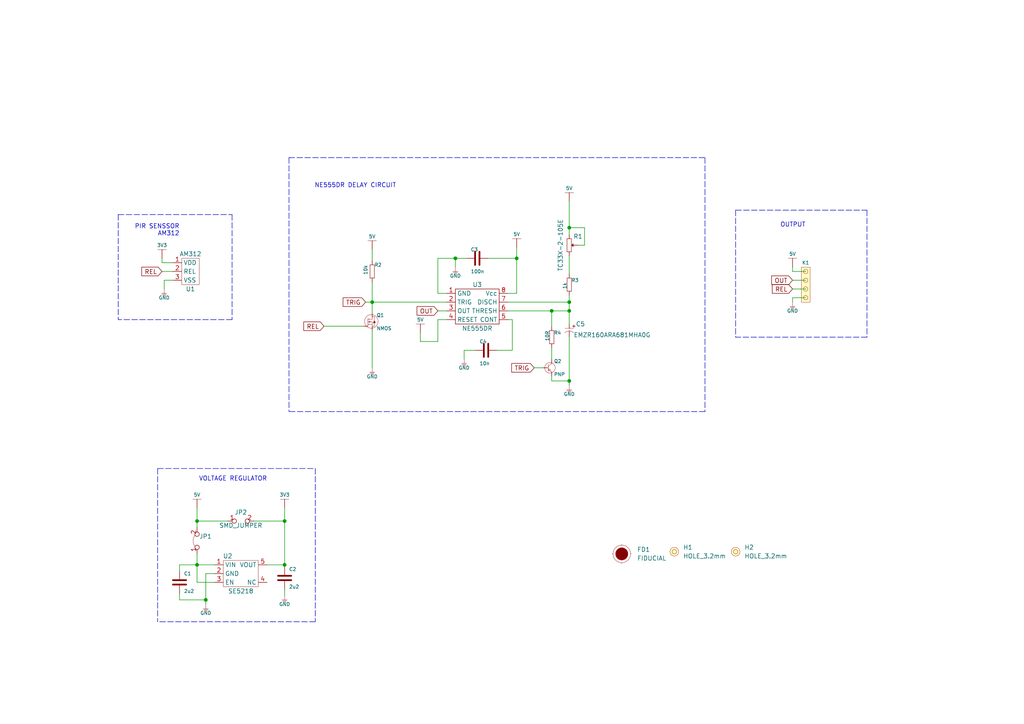
<source format=kicad_sch>
(kicad_sch (version 20211123) (generator eeschema)

  (uuid 302ae457-e87a-4ae6-ac38-0f2c833f3b14)

  (paper "A4")

  (title_block
    (title "PIR Movement sensor board")
    (date "28.02.2022.")
    (rev "v2.1.1.")
    (company "SOLDERED")
    (comment 1 "333083")
  )

  (lib_symbols
    (symbol "e-radionica.com schematics:0603C" (pin_numbers hide) (pin_names (offset 0.002)) (in_bom yes) (on_board yes)
      (property "Reference" "C" (id 0) (at -0.635 3.175 0)
        (effects (font (size 1 1)))
      )
      (property "Value" "0603C" (id 1) (at 0 -3.175 0)
        (effects (font (size 1 1)))
      )
      (property "Footprint" "e-radionica.com footprinti:0603C" (id 2) (at 0 0 0)
        (effects (font (size 1 1)) hide)
      )
      (property "Datasheet" "" (id 3) (at 0 0 0)
        (effects (font (size 1 1)) hide)
      )
      (symbol "0603C_0_1"
        (polyline
          (pts
            (xy -0.635 1.905)
            (xy -0.635 -1.905)
          )
          (stroke (width 0.5) (type default) (color 0 0 0 0))
          (fill (type none))
        )
        (polyline
          (pts
            (xy 0.635 1.905)
            (xy 0.635 -1.905)
          )
          (stroke (width 0.5) (type default) (color 0 0 0 0))
          (fill (type none))
        )
      )
      (symbol "0603C_1_1"
        (pin passive line (at -3.175 0 0) (length 2.54)
          (name "~" (effects (font (size 1.27 1.27))))
          (number "1" (effects (font (size 1.27 1.27))))
        )
        (pin passive line (at 3.175 0 180) (length 2.54)
          (name "~" (effects (font (size 1.27 1.27))))
          (number "2" (effects (font (size 1.27 1.27))))
        )
      )
    )
    (symbol "e-radionica.com schematics:0603R" (pin_numbers hide) (pin_names (offset 0.254)) (in_bom yes) (on_board yes)
      (property "Reference" "R" (id 0) (at -1.905 1.905 0)
        (effects (font (size 1 1)))
      )
      (property "Value" "0603R" (id 1) (at 0 -1.905 0)
        (effects (font (size 1 1)))
      )
      (property "Footprint" "e-radionica.com footprinti:0603R" (id 2) (at -0.635 1.905 0)
        (effects (font (size 1 1)) hide)
      )
      (property "Datasheet" "" (id 3) (at -0.635 1.905 0)
        (effects (font (size 1 1)) hide)
      )
      (symbol "0603R_0_1"
        (rectangle (start -1.905 -0.635) (end 1.905 -0.6604)
          (stroke (width 0.1) (type default) (color 0 0 0 0))
          (fill (type none))
        )
        (rectangle (start -1.905 0.635) (end -1.8796 -0.635)
          (stroke (width 0.1) (type default) (color 0 0 0 0))
          (fill (type none))
        )
        (rectangle (start -1.905 0.635) (end 1.905 0.6096)
          (stroke (width 0.1) (type default) (color 0 0 0 0))
          (fill (type none))
        )
        (rectangle (start 1.905 0.635) (end 1.9304 -0.635)
          (stroke (width 0.1) (type default) (color 0 0 0 0))
          (fill (type none))
        )
      )
      (symbol "0603R_1_1"
        (pin passive line (at -3.175 0 0) (length 1.27)
          (name "~" (effects (font (size 1.27 1.27))))
          (number "1" (effects (font (size 1.27 1.27))))
        )
        (pin passive line (at 3.175 0 180) (length 1.27)
          (name "~" (effects (font (size 1.27 1.27))))
          (number "2" (effects (font (size 1.27 1.27))))
        )
      )
    )
    (symbol "e-radionica.com schematics:3V3" (power) (pin_names (offset 0)) (in_bom yes) (on_board yes)
      (property "Reference" "#PWR" (id 0) (at 4.445 0 0)
        (effects (font (size 1 1)) hide)
      )
      (property "Value" "3V3" (id 1) (at 0 3.556 0)
        (effects (font (size 1 1)))
      )
      (property "Footprint" "" (id 2) (at 4.445 3.81 0)
        (effects (font (size 1 1)) hide)
      )
      (property "Datasheet" "" (id 3) (at 4.445 3.81 0)
        (effects (font (size 1 1)) hide)
      )
      (property "ki_keywords" "power-flag" (id 4) (at 0 0 0)
        (effects (font (size 1.27 1.27)) hide)
      )
      (property "ki_description" "Power symbol creates a global label with name \"+3V3\"" (id 5) (at 0 0 0)
        (effects (font (size 1.27 1.27)) hide)
      )
      (symbol "3V3_0_1"
        (polyline
          (pts
            (xy -1.27 2.54)
            (xy 1.27 2.54)
          )
          (stroke (width 0.0006) (type default) (color 0 0 0 0))
          (fill (type none))
        )
        (polyline
          (pts
            (xy 0 0)
            (xy 0 2.54)
          )
          (stroke (width 0) (type default) (color 0 0 0 0))
          (fill (type none))
        )
      )
      (symbol "3V3_1_1"
        (pin power_in line (at 0 0 90) (length 0) hide
          (name "3V3" (effects (font (size 1.27 1.27))))
          (number "1" (effects (font (size 1.27 1.27))))
        )
      )
    )
    (symbol "e-radionica.com schematics:5V" (power) (pin_names (offset 0)) (in_bom yes) (on_board yes)
      (property "Reference" "#PWR" (id 0) (at 4.445 0 0)
        (effects (font (size 1 1)) hide)
      )
      (property "Value" "5V" (id 1) (at 0 3.556 0)
        (effects (font (size 1 1)))
      )
      (property "Footprint" "" (id 2) (at 4.445 3.81 0)
        (effects (font (size 1 1)) hide)
      )
      (property "Datasheet" "" (id 3) (at 4.445 3.81 0)
        (effects (font (size 1 1)) hide)
      )
      (property "ki_keywords" "power-flag" (id 4) (at 0 0 0)
        (effects (font (size 1.27 1.27)) hide)
      )
      (property "ki_description" "Power symbol creates a global label with name \"5V\"" (id 5) (at 0 0 0)
        (effects (font (size 1.27 1.27)) hide)
      )
      (symbol "5V_0_1"
        (polyline
          (pts
            (xy -1.27 2.54)
            (xy 1.27 2.54)
          )
          (stroke (width 0.0006) (type default) (color 0 0 0 0))
          (fill (type none))
        )
        (polyline
          (pts
            (xy 0 0)
            (xy 0 2.54)
          )
          (stroke (width 0) (type default) (color 0 0 0 0))
          (fill (type none))
        )
      )
      (symbol "5V_1_1"
        (pin power_in line (at 0 0 90) (length 0) hide
          (name "5V" (effects (font (size 1.27 1.27))))
          (number "1" (effects (font (size 1.27 1.27))))
        )
      )
    )
    (symbol "e-radionica.com schematics:ELECTROLITIC_CAP_8x8x14.5" (pin_numbers hide) (pin_names hide) (in_bom yes) (on_board yes)
      (property "Reference" "C" (id 0) (at -1.27 2.54 0)
        (effects (font (size 1.27 1.27)))
      )
      (property "Value" "ELECTROLITIC_CAP_8x8x14.5" (id 1) (at 0 -2.54 0)
        (effects (font (size 1.27 1.27)))
      )
      (property "Footprint" "e-radionica.com footprinti:ELECTROLITIC_CAP_8x8x14.5" (id 2) (at 0 -5.08 0)
        (effects (font (size 1.27 1.27)) hide)
      )
      (property "Datasheet" "" (id 3) (at 0 0 0)
        (effects (font (size 1.27 1.27)) hide)
      )
      (symbol "ELECTROLITIC_CAP_8x8x14.5_0_0"
        (text "+" (at -1.905 1.27 0)
          (effects (font (size 1 1)))
        )
      )
      (symbol "ELECTROLITIC_CAP_8x8x14.5_0_1"
        (polyline
          (pts
            (xy -1.27 -1.27)
            (xy -1.27 1.27)
          )
          (stroke (width 0.0006) (type default) (color 0 0 0 0))
          (fill (type none))
        )
        (arc (start -0.0001 1.27) (mid -0.5261 0) (end -0.0001 -1.27)
          (stroke (width 0.0006) (type default) (color 0 0 0 0))
          (fill (type none))
        )
      )
      (symbol "ELECTROLITIC_CAP_8x8x14.5_1_1"
        (pin input line (at -2.54 0 0) (length 1.27)
          (name "+" (effects (font (size 1.27 1.27))))
          (number "1" (effects (font (size 1.27 1.27))))
        )
        (pin input line (at 1.27 0 180) (length 1.8)
          (name "-" (effects (font (size 1.27 1.27))))
          (number "2" (effects (font (size 1.27 1.27))))
        )
      )
    )
    (symbol "e-radionica.com schematics:FIDUCIAL" (in_bom no) (on_board yes)
      (property "Reference" "FD" (id 0) (at 0 3.81 0)
        (effects (font (size 1.27 1.27)))
      )
      (property "Value" "FIDUCIAL" (id 1) (at 0 -3.81 0)
        (effects (font (size 1.27 1.27)))
      )
      (property "Footprint" "e-radionica.com footprinti:FIDUCIAL_23" (id 2) (at 0.254 -5.334 0)
        (effects (font (size 1.27 1.27)) hide)
      )
      (property "Datasheet" "" (id 3) (at 0 0 0)
        (effects (font (size 1.27 1.27)) hide)
      )
      (symbol "FIDUCIAL_0_1"
        (polyline
          (pts
            (xy -2.54 0)
            (xy -2.794 0)
          )
          (stroke (width 0.0006) (type default) (color 0 0 0 0))
          (fill (type none))
        )
        (polyline
          (pts
            (xy 0 -2.54)
            (xy 0 -2.794)
          )
          (stroke (width 0.0006) (type default) (color 0 0 0 0))
          (fill (type none))
        )
        (polyline
          (pts
            (xy 0 2.54)
            (xy 0 2.794)
          )
          (stroke (width 0.0006) (type default) (color 0 0 0 0))
          (fill (type none))
        )
        (polyline
          (pts
            (xy 2.54 0)
            (xy 2.794 0)
          )
          (stroke (width 0.0006) (type default) (color 0 0 0 0))
          (fill (type none))
        )
        (circle (center 0 0) (radius 1.7961)
          (stroke (width 0.001) (type default) (color 0 0 0 0))
          (fill (type outline))
        )
        (circle (center 0 0) (radius 2.54)
          (stroke (width 0.0006) (type default) (color 0 0 0 0))
          (fill (type none))
        )
      )
    )
    (symbol "e-radionica.com schematics:GND" (power) (pin_names (offset 0)) (in_bom yes) (on_board yes)
      (property "Reference" "#PWR" (id 0) (at 4.445 0 0)
        (effects (font (size 1 1)) hide)
      )
      (property "Value" "GND" (id 1) (at 0 -2.921 0)
        (effects (font (size 1 1)))
      )
      (property "Footprint" "" (id 2) (at 4.445 3.81 0)
        (effects (font (size 1 1)) hide)
      )
      (property "Datasheet" "" (id 3) (at 4.445 3.81 0)
        (effects (font (size 1 1)) hide)
      )
      (property "ki_keywords" "power-flag" (id 4) (at 0 0 0)
        (effects (font (size 1.27 1.27)) hide)
      )
      (property "ki_description" "Power symbol creates a global label with name \"+3V3\"" (id 5) (at 0 0 0)
        (effects (font (size 1.27 1.27)) hide)
      )
      (symbol "GND_0_1"
        (polyline
          (pts
            (xy -0.762 -1.27)
            (xy 0.762 -1.27)
          )
          (stroke (width 0.0006) (type default) (color 0 0 0 0))
          (fill (type none))
        )
        (polyline
          (pts
            (xy -0.635 -1.524)
            (xy 0.635 -1.524)
          )
          (stroke (width 0.0006) (type default) (color 0 0 0 0))
          (fill (type none))
        )
        (polyline
          (pts
            (xy -0.381 -1.778)
            (xy 0.381 -1.778)
          )
          (stroke (width 0.0006) (type default) (color 0 0 0 0))
          (fill (type none))
        )
        (polyline
          (pts
            (xy -0.127 -2.032)
            (xy 0.127 -2.032)
          )
          (stroke (width 0.0006) (type default) (color 0 0 0 0))
          (fill (type none))
        )
        (polyline
          (pts
            (xy 0 0)
            (xy 0 -1.27)
          )
          (stroke (width 0.0006) (type default) (color 0 0 0 0))
          (fill (type none))
        )
      )
      (symbol "GND_1_1"
        (pin power_in line (at 0 0 270) (length 0) hide
          (name "GND" (effects (font (size 1.27 1.27))))
          (number "1" (effects (font (size 1.27 1.27))))
        )
      )
    )
    (symbol "e-radionica.com schematics:HEADER_MALE_4X1" (pin_numbers hide) (pin_names hide) (in_bom yes) (on_board yes)
      (property "Reference" "K" (id 0) (at -0.635 7.62 0)
        (effects (font (size 1 1)))
      )
      (property "Value" "HEADER_MALE_4X1" (id 1) (at 0 -5.08 0)
        (effects (font (size 1 1)))
      )
      (property "Footprint" "e-radionica.com footprinti:HEADER_MALE_4X1" (id 2) (at 0 -7.62 0)
        (effects (font (size 1 1)) hide)
      )
      (property "Datasheet" "" (id 3) (at 0 -2.54 0)
        (effects (font (size 1 1)) hide)
      )
      (symbol "HEADER_MALE_4X1_0_1"
        (circle (center 0 -2.54) (radius 0.635)
          (stroke (width 0.0006) (type default) (color 0 0 0 0))
          (fill (type none))
        )
        (circle (center 0 0) (radius 0.635)
          (stroke (width 0.0006) (type default) (color 0 0 0 0))
          (fill (type none))
        )
        (circle (center 0 2.54) (radius 0.635)
          (stroke (width 0.0006) (type default) (color 0 0 0 0))
          (fill (type none))
        )
        (circle (center 0 5.08) (radius 0.635)
          (stroke (width 0.0006) (type default) (color 0 0 0 0))
          (fill (type none))
        )
        (rectangle (start 1.27 -3.81) (end -1.27 6.35)
          (stroke (width 0.001) (type default) (color 0 0 0 0))
          (fill (type background))
        )
      )
      (symbol "HEADER_MALE_4X1_1_1"
        (pin passive line (at 0 -2.54 180) (length 0)
          (name "~" (effects (font (size 1 1))))
          (number "1" (effects (font (size 1 1))))
        )
        (pin passive line (at 0 0 180) (length 0)
          (name "~" (effects (font (size 1 1))))
          (number "2" (effects (font (size 1 1))))
        )
        (pin passive line (at 0 2.54 180) (length 0)
          (name "~" (effects (font (size 1 1))))
          (number "3" (effects (font (size 1 1))))
        )
        (pin passive line (at 0 5.08 180) (length 0)
          (name "~" (effects (font (size 1 1))))
          (number "4" (effects (font (size 1 1))))
        )
      )
    )
    (symbol "e-radionica.com schematics:HOLE_3.2mm" (pin_numbers hide) (pin_names hide) (in_bom yes) (on_board yes)
      (property "Reference" "H" (id 0) (at 0 2.54 0)
        (effects (font (size 1.27 1.27)))
      )
      (property "Value" "HOLE_3.2mm" (id 1) (at 0 -2.54 0)
        (effects (font (size 1.27 1.27)))
      )
      (property "Footprint" "e-radionica.com footprinti:HOLE_3.2mm" (id 2) (at 0 0 0)
        (effects (font (size 1.27 1.27)) hide)
      )
      (property "Datasheet" "" (id 3) (at 0 0 0)
        (effects (font (size 1.27 1.27)) hide)
      )
      (symbol "HOLE_3.2mm_0_1"
        (circle (center 0 0) (radius 0.635)
          (stroke (width 0.0006) (type default) (color 0 0 0 0))
          (fill (type none))
        )
        (circle (center 0 0) (radius 1.27)
          (stroke (width 0.001) (type default) (color 0 0 0 0))
          (fill (type background))
        )
      )
    )
    (symbol "e-radionica.com schematics:NE555DR" (in_bom yes) (on_board yes)
      (property "Reference" "U" (id 0) (at 0 6.35 0)
        (effects (font (size 1.27 1.27)))
      )
      (property "Value" "NE555DR" (id 1) (at 0 -6.35 0)
        (effects (font (size 1.27 1.27)))
      )
      (property "Footprint" "e-radionica.com footprinti:SOIC−8" (id 2) (at -6.35 -1.27 0)
        (effects (font (size 1.27 1.27)) hide)
      )
      (property "Datasheet" "" (id 3) (at -6.35 -1.27 0)
        (effects (font (size 1.27 1.27)) hide)
      )
      (symbol "NE555DR_0_1"
        (rectangle (start -7.62 3.81) (end -7.62 3.81)
          (stroke (width 0.1524) (type default) (color 0 0 0 0))
          (fill (type none))
        )
        (rectangle (start -6.35 5.08) (end 6.35 -5.08)
          (stroke (width 0.1524) (type default) (color 0 0 0 0))
          (fill (type none))
        )
      )
      (symbol "NE555DR_1_1"
        (pin input line (at -8.89 3.81 0) (length 2.54)
          (name "GND" (effects (font (size 1.27 1.27))))
          (number "1" (effects (font (size 1.27 1.27))))
        )
        (pin input line (at -8.89 1.27 0) (length 2.54)
          (name "TRIG" (effects (font (size 1.27 1.27))))
          (number "2" (effects (font (size 1.27 1.27))))
        )
        (pin input line (at -8.89 -1.27 0) (length 2.54)
          (name "OUT" (effects (font (size 1.27 1.27))))
          (number "3" (effects (font (size 1.27 1.27))))
        )
        (pin input line (at -8.89 -3.81 0) (length 2.54)
          (name "RESET" (effects (font (size 1.27 1.27))))
          (number "4" (effects (font (size 1.27 1.27))))
        )
        (pin input line (at 8.89 -3.81 180) (length 2.54)
          (name "CONT" (effects (font (size 1.27 1.27))))
          (number "5" (effects (font (size 1.27 1.27))))
        )
        (pin input line (at 8.89 -1.27 180) (length 2.54)
          (name "THRESH" (effects (font (size 1.27 1.27))))
          (number "6" (effects (font (size 1.27 1.27))))
        )
        (pin input line (at 8.89 1.27 180) (length 2.54)
          (name "DISCH" (effects (font (size 1.27 1.27))))
          (number "7" (effects (font (size 1.27 1.27))))
        )
        (pin input line (at 8.89 3.81 180) (length 2.54)
          (name "Vcc" (effects (font (size 1.27 1.27))))
          (number "8" (effects (font (size 1.27 1.27))))
        )
      )
    )
    (symbol "e-radionica.com schematics:NMOS-SOT-23-3" (pin_numbers hide) (pin_names hide) (in_bom yes) (on_board yes)
      (property "Reference" "Q" (id 0) (at -1.143 2.921 0)
        (effects (font (size 1 1)))
      )
      (property "Value" "NMOS-SOT-23-3" (id 1) (at 1.524 -3.937 0)
        (effects (font (size 1 1)))
      )
      (property "Footprint" "e-radionica.com footprinti:SOT-23-3" (id 2) (at 0 0 0)
        (effects (font (size 1 1)) hide)
      )
      (property "Datasheet" "" (id 3) (at 0 0 0)
        (effects (font (size 1 1)) hide)
      )
      (symbol "NMOS-SOT-23-3_0_1"
        (polyline
          (pts
            (xy 0 -1.27)
            (xy 0 1.016)
          )
          (stroke (width 0.0006) (type default) (color 0 0 0 0))
          (fill (type none))
        )
        (polyline
          (pts
            (xy 0.254 -1.016)
            (xy 0.254 -0.508)
          )
          (stroke (width 0.0006) (type default) (color 0 0 0 0))
          (fill (type none))
        )
        (polyline
          (pts
            (xy 0.254 -0.762)
            (xy 1.27 -0.762)
          )
          (stroke (width 0.0006) (type default) (color 0 0 0 0))
          (fill (type none))
        )
        (polyline
          (pts
            (xy 0.254 -0.254)
            (xy 0.254 0.254)
          )
          (stroke (width 0.0006) (type default) (color 0 0 0 0))
          (fill (type none))
        )
        (polyline
          (pts
            (xy 0.254 0.762)
            (xy 1.27 0.762)
          )
          (stroke (width 0.0006) (type default) (color 0 0 0 0))
          (fill (type none))
        )
        (polyline
          (pts
            (xy 0.254 1.016)
            (xy 0.254 0.508)
          )
          (stroke (width 0.0006) (type default) (color 0 0 0 0))
          (fill (type none))
        )
        (polyline
          (pts
            (xy 1.27 -1.27)
            (xy 1.27 -0.762)
          )
          (stroke (width 0.0006) (type default) (color 0 0 0 0))
          (fill (type none))
        )
        (polyline
          (pts
            (xy 1.27 0.762)
            (xy 1.27 1.27)
          )
          (stroke (width 0.0006) (type default) (color 0 0 0 0))
          (fill (type none))
        )
        (polyline
          (pts
            (xy 1.651 -0.254)
            (xy 1.905 0.127)
          )
          (stroke (width 0.2) (type default) (color 0 0 0 0))
          (fill (type none))
        )
        (polyline
          (pts
            (xy 1.651 0.127)
            (xy 2.159 0.127)
          )
          (stroke (width 0.0006) (type default) (color 0 0 0 0))
          (fill (type none))
        )
        (polyline
          (pts
            (xy 0.254 0)
            (xy 1.27 0)
            (xy 1.27 -0.762)
          )
          (stroke (width 0.0006) (type default) (color 0 0 0 0))
          (fill (type none))
        )
        (polyline
          (pts
            (xy 1.651 -0.254)
            (xy 2.159 -0.254)
            (xy 1.905 0.127)
          )
          (stroke (width 0.2) (type default) (color 0 0 0 0))
          (fill (type none))
        )
        (polyline
          (pts
            (xy 0.381 0)
            (xy 0.635 0.254)
            (xy 0.635 -0.254)
            (xy 0.381 0)
          )
          (stroke (width 0.0006) (type default) (color 0 0 0 0))
          (fill (type none))
        )
        (polyline
          (pts
            (xy 1.27 -1.27)
            (xy 1.905 -1.27)
            (xy 1.905 1.524)
            (xy 1.27 1.524)
          )
          (stroke (width 0.0006) (type default) (color 0 0 0 0))
          (fill (type none))
        )
        (circle (center 1.016 0.127) (radius 1.9716)
          (stroke (width 0.0006) (type default) (color 0 0 0 0))
          (fill (type none))
        )
      )
      (symbol "NMOS-SOT-23-3_1_1"
        (pin passive line (at -1.27 -1.27 0) (length 1.27)
          (name "G" (effects (font (size 1 1))))
          (number "1" (effects (font (size 1 1))))
        )
        (pin passive line (at 1.27 -2.54 90) (length 1.27)
          (name "S" (effects (font (size 1 1))))
          (number "2" (effects (font (size 1 1))))
        )
        (pin passive line (at 1.27 2.54 270) (length 1.27)
          (name "D" (effects (font (size 1 1))))
          (number "3" (effects (font (size 1 1))))
        )
      )
    )
    (symbol "e-radionica.com schematics:PIR_senzor" (in_bom yes) (on_board yes)
      (property "Reference" "U" (id 0) (at 0 5.08 0)
        (effects (font (size 1.27 1.27)))
      )
      (property "Value" "PIR_senzor" (id 1) (at 0 -5.08 0)
        (effects (font (size 1.27 1.27)))
      )
      (property "Footprint" "e-radionica.com footprinti:PIR_senzor" (id 2) (at 0 -7.62 0)
        (effects (font (size 1.27 1.27)) hide)
      )
      (property "Datasheet" "" (id 3) (at -6.35 0 0)
        (effects (font (size 1.27 1.27)) hide)
      )
      (symbol "PIR_senzor_0_1"
        (rectangle (start -2.54 3.81) (end 2.54 -3.81)
          (stroke (width 0.0006) (type default) (color 0 0 0 0))
          (fill (type none))
        )
      )
      (symbol "PIR_senzor_1_1"
        (pin input line (at -5.08 2.54 0) (length 2.54)
          (name "VDD" (effects (font (size 1.27 1.27))))
          (number "1" (effects (font (size 1.27 1.27))))
        )
        (pin input line (at -5.08 0 0) (length 2.54)
          (name "REL" (effects (font (size 1.27 1.27))))
          (number "2" (effects (font (size 1.27 1.27))))
        )
        (pin input line (at -5.08 -2.54 0) (length 2.54)
          (name "VSS" (effects (font (size 1.27 1.27))))
          (number "3" (effects (font (size 1.27 1.27))))
        )
      )
    )
    (symbol "e-radionica.com schematics:PNP-SOT-23-3" (pin_numbers hide) (pin_names hide) (in_bom yes) (on_board yes)
      (property "Reference" "Q" (id 0) (at -1.778 2.4892 0)
        (effects (font (size 1 1)))
      )
      (property "Value" "PNP-SOT-23-3" (id 1) (at -0.0508 -2.9464 0)
        (effects (font (size 1 1)))
      )
      (property "Footprint" "e-radionica.com footprinti:SOT-23-3" (id 2) (at 0 0 0)
        (effects (font (size 1 1)) hide)
      )
      (property "Datasheet" "" (id 3) (at 0 0 0)
        (effects (font (size 1 1)) hide)
      )
      (symbol "PNP-SOT-23-3_0_1"
        (circle (center -0.508 0) (radius 1.524)
          (stroke (width 0.0006) (type default) (color 0 0 0 0))
          (fill (type none))
        )
        (polyline
          (pts
            (xy -2.032 0)
            (xy -1.016 0)
          )
          (stroke (width 0.0006) (type default) (color 0 0 0 0))
          (fill (type none))
        )
        (polyline
          (pts
            (xy -1.016 0.381)
            (xy 0 1.27)
          )
          (stroke (width 0.0006) (type default) (color 0 0 0 0))
          (fill (type none))
        )
        (polyline
          (pts
            (xy -1.016 1.016)
            (xy -1.016 -1.016)
          )
          (stroke (width 0.0006) (type default) (color 0 0 0 0))
          (fill (type none))
        )
        (polyline
          (pts
            (xy -0.508 -0.762)
            (xy 0 -1.27)
          )
          (stroke (width 0.1) (type default) (color 0 0 0 0))
          (fill (type none))
        )
        (polyline
          (pts
            (xy -0.381 -0.508)
            (xy -0.762 -0.889)
            (xy -0.9906 -0.2794)
            (xy -0.381 -0.508)
          )
          (stroke (width 0.0006) (type default) (color 0 0 0 0))
          (fill (type none))
        )
      )
      (symbol "PNP-SOT-23-3_1_1"
        (pin passive line (at -2.54 0 0) (length 1.27)
          (name "B" (effects (font (size 1 1))))
          (number "1" (effects (font (size 1 1))))
        )
        (pin passive line (at 0 -2.54 90) (length 1.27)
          (name "E" (effects (font (size 1 1))))
          (number "2" (effects (font (size 1 1))))
        )
        (pin passive line (at 0 2.54 270) (length 1.27)
          (name "C" (effects (font (size 1 1))))
          (number "3" (effects (font (size 1 1))))
        )
      )
    )
    (symbol "e-radionica.com schematics:SE5218" (in_bom yes) (on_board yes)
      (property "Reference" "U" (id 0) (at -3.81 5.08 0)
        (effects (font (size 1.27 1.27)))
      )
      (property "Value" "SE5218" (id 1) (at 0 -5.08 0)
        (effects (font (size 1.27 1.27)))
      )
      (property "Footprint" "e-radionica.com footprinti:SOT-23-5" (id 2) (at 0 0 0)
        (effects (font (size 1.27 1.27)) hide)
      )
      (property "Datasheet" "" (id 3) (at 0 0 0)
        (effects (font (size 1.27 1.27)) hide)
      )
      (symbol "SE5218_0_1"
        (rectangle (start -5.08 3.81) (end 5.08 -3.81)
          (stroke (width 0.0006) (type default) (color 0 0 0 0))
          (fill (type none))
        )
      )
      (symbol "SE5218_1_1"
        (pin power_in line (at -7.62 2.54 0) (length 2.54)
          (name "VIN" (effects (font (size 1.27 1.27))))
          (number "1" (effects (font (size 1.27 1.27))))
        )
        (pin power_in line (at -7.62 0 0) (length 2.54)
          (name "GND" (effects (font (size 1.27 1.27))))
          (number "2" (effects (font (size 1.27 1.27))))
        )
        (pin input line (at -7.62 -2.54 0) (length 2.54)
          (name "EN" (effects (font (size 1.27 1.27))))
          (number "3" (effects (font (size 1.27 1.27))))
        )
        (pin passive line (at 7.62 -2.54 180) (length 2.54)
          (name "NC" (effects (font (size 1.27 1.27))))
          (number "4" (effects (font (size 1.27 1.27))))
        )
        (pin power_out line (at 7.62 2.54 180) (length 2.54)
          (name "VOUT" (effects (font (size 1.27 1.27))))
          (number "5" (effects (font (size 1.27 1.27))))
        )
      )
    )
    (symbol "e-radionica.com schematics:SMD-JUMPER-CONNECTED_TRACE_SLODERMASK" (in_bom yes) (on_board yes)
      (property "Reference" "JP" (id 0) (at 0 3.556 0)
        (effects (font (size 1.27 1.27)))
      )
      (property "Value" "SMD-JUMPER-CONNECTED_TRACE_SLODERMASK" (id 1) (at 0 -2.54 0)
        (effects (font (size 1.27 1.27)))
      )
      (property "Footprint" "e-radionica.com footprinti:SMD-JUMPER-CONNECTED_TRACE_SLODERMASK" (id 2) (at 0 -5.715 0)
        (effects (font (size 1.27 1.27)) hide)
      )
      (property "Datasheet" "" (id 3) (at 0 0 0)
        (effects (font (size 1.27 1.27)) hide)
      )
      (symbol "SMD-JUMPER-CONNECTED_TRACE_SLODERMASK_0_1"
        (arc (start 1.5845 0.5996) (mid -0.0202 1.1519) (end -1.6159 0.5742)
          (stroke (width 0.0006) (type default) (color 0 0 0 0))
          (fill (type none))
        )
      )
      (symbol "SMD-JUMPER-CONNECTED_TRACE_SLODERMASK_1_1"
        (pin passive inverted (at -3.81 0 0) (length 2.54)
          (name "" (effects (font (size 1.27 1.27))))
          (number "1" (effects (font (size 1.27 1.27))))
        )
        (pin passive inverted (at 3.81 0 180) (length 2.54)
          (name "" (effects (font (size 1.27 1.27))))
          (number "2" (effects (font (size 1.27 1.27))))
        )
      )
    )
    (symbol "e-radionica.com schematics:SMD_JUMPER" (in_bom yes) (on_board yes)
      (property "Reference" "JP" (id 0) (at 0 1.397 0)
        (effects (font (size 1.27 1.27)))
      )
      (property "Value" "SMD_JUMPER" (id 1) (at 0.508 -3.048 0)
        (effects (font (size 1.27 1.27)))
      )
      (property "Footprint" "e-radionica.com footprinti:SMD_JUMPER" (id 2) (at 0 0 0)
        (effects (font (size 1.27 1.27)) hide)
      )
      (property "Datasheet" "" (id 3) (at 0 0 0)
        (effects (font (size 1.27 1.27)) hide)
      )
      (symbol "SMD_JUMPER_1_1"
        (pin passive inverted (at -3.81 0 0) (length 2.54)
          (name "" (effects (font (size 1.27 1.27))))
          (number "1" (effects (font (size 1.27 1.27))))
        )
        (pin passive inverted (at 3.81 0 180) (length 2.54)
          (name "" (effects (font (size 1.27 1.27))))
          (number "2" (effects (font (size 1.27 1.27))))
        )
      )
    )
    (symbol "e-radionica.com schematics:tc33x-2-103e_1" (pin_numbers hide) (pin_names hide) (in_bom yes) (on_board yes)
      (property "Reference" "R" (id 0) (at -1.778 3.302 0)
        (effects (font (size 1.27 1.27)))
      )
      (property "Value" "tc33x-2-103e" (id 1) (at 0 -2.54 0)
        (effects (font (size 1.27 1.27)))
      )
      (property "Footprint" "e-radionica.com footprinti:tc33x-2-103e" (id 2) (at 0 -5.08 0)
        (effects (font (size 1.27 1.27)) hide)
      )
      (property "Datasheet" "" (id 3) (at -0.0508 -0.0508 0)
        (effects (font (size 1.27 1.27)) hide)
      )
      (symbol "tc33x-2-103e_1_0_1"
        (rectangle (start -1.905 -0.635) (end 1.905 -0.6604)
          (stroke (width 0.1) (type default) (color 0 0 0 0))
          (fill (type none))
        )
        (rectangle (start -1.905 0.635) (end -1.8796 -0.635)
          (stroke (width 0.1) (type default) (color 0 0 0 0))
          (fill (type none))
        )
        (rectangle (start -1.905 0.635) (end 1.905 0.6096)
          (stroke (width 0.1) (type default) (color 0 0 0 0))
          (fill (type none))
        )
        (polyline
          (pts
            (xy -0.4318 1.1684)
            (xy 0.4826 1.1684)
            (xy 0 0.635)
            (xy -0.4064 1.0922)
            (xy -0.4826 1.1684)
            (xy 0 0.7874)
            (xy 0.3048 1.1176)
            (xy -0.254 1.0668)
            (xy 0.0254 0.8636)
            (xy 0.0762 1.0414)
            (xy -0.0254 0.9652)
          )
          (stroke (width 0.0006) (type default) (color 0 0 0 0))
          (fill (type none))
        )
        (rectangle (start 1.905 0.635) (end 1.9304 -0.635)
          (stroke (width 0.1) (type default) (color 0 0 0 0))
          (fill (type none))
        )
      )
      (symbol "tc33x-2-103e_1_1_1"
        (pin passive line (at -3.175 0 0) (length 1.27)
          (name "~" (effects (font (size 1.27 1.27))))
          (number "1" (effects (font (size 1.27 1.27))))
        )
        (pin passive line (at 0 2.54 270) (length 1.27)
          (name "" (effects (font (size 1.27 1.27))))
          (number "2" (effects (font (size 1.27 1.27))))
        )
        (pin passive line (at 3.175 0 180) (length 1.27)
          (name "~" (effects (font (size 1.27 1.27))))
          (number "3" (effects (font (size 1.27 1.27))))
        )
      )
    )
  )

  (junction (at 165.1 110.49) (diameter 0.9144) (color 0 0 0 0)
    (uuid 01e9b6e7-adf9-4ee7-9447-a588630ee4a2)
  )
  (junction (at 82.55 151.13) (diameter 0.9144) (color 0 0 0 0)
    (uuid 0755aee5-bc01-4cb5-b830-583289df50a3)
  )
  (junction (at 165.1 66.04) (diameter 0.9144) (color 0 0 0 0)
    (uuid 16bd6381-8ac0-4bf2-9dce-ecc20c724b8d)
  )
  (junction (at 82.55 163.83) (diameter 0.9144) (color 0 0 0 0)
    (uuid 4a21e717-d46d-4d9e-8b98-af4ecb02d3ec)
  )
  (junction (at 165.1 90.17) (diameter 0.9144) (color 0 0 0 0)
    (uuid 4f66b314-0f62-4fb6-8c3c-f9c6a75cd3ec)
  )
  (junction (at 59.69 173.99) (diameter 0.9144) (color 0 0 0 0)
    (uuid 4fb21471-41be-4be8-9687-66030f97befc)
  )
  (junction (at 132.08 74.93) (diameter 0.9144) (color 0 0 0 0)
    (uuid 60dcd1fe-7079-4cb8-b509-04558ccf5097)
  )
  (junction (at 57.15 163.83) (diameter 0.9144) (color 0 0 0 0)
    (uuid 7599133e-c681-4202-85d9-c20dac196c64)
  )
  (junction (at 160.02 90.17) (diameter 0.9144) (color 0 0 0 0)
    (uuid 85b7594c-358f-454b-b2ad-dd0b1d67ed76)
  )
  (junction (at 165.1 87.63) (diameter 0.9144) (color 0 0 0 0)
    (uuid a5cd8da1-8f7f-4f80-bb23-0317de562222)
  )
  (junction (at 149.86 74.93) (diameter 0.9144) (color 0 0 0 0)
    (uuid c5eb1e4c-ce83-470e-8f32-e20ff1f886a3)
  )
  (junction (at 57.15 151.13) (diameter 0.9144) (color 0 0 0 0)
    (uuid dde51ae5-b215-445e-92bb-4a12ec410531)
  )
  (junction (at 107.95 87.63) (diameter 0.9144) (color 0 0 0 0)
    (uuid ec31c074-17b2-48e1-ab01-071acad3fa04)
  )

  (wire (pts (xy 62.23 168.91) (xy 57.15 168.91))
    (stroke (width 0) (type solid) (color 0 0 0 0))
    (uuid 08705356-c1e5-4a3c-8c54-67732e9301d2)
  )
  (polyline (pts (xy 83.82 45.72) (xy 83.82 119.38))
    (stroke (width 0) (type dash) (color 0 0 0 0))
    (uuid 09f00adf-b3ba-4fee-bd6f-3a9667d8938d)
  )
  (polyline (pts (xy 83.82 45.72) (xy 204.47 45.72))
    (stroke (width 0) (type dash) (color 0 0 0 0))
    (uuid 09f00adf-b3ba-4fee-bd6f-3a9667d8938e)
  )
  (polyline (pts (xy 204.47 45.72) (xy 204.47 119.38))
    (stroke (width 0) (type dash) (color 0 0 0 0))
    (uuid 09f00adf-b3ba-4fee-bd6f-3a9667d8938f)
  )
  (polyline (pts (xy 204.47 119.38) (xy 83.82 119.38))
    (stroke (width 0) (type dash) (color 0 0 0 0))
    (uuid 09f00adf-b3ba-4fee-bd6f-3a9667d89390)
  )

  (wire (pts (xy 147.32 90.17) (xy 160.02 90.17))
    (stroke (width 0) (type solid) (color 0 0 0 0))
    (uuid 0bc5c443-7340-4488-b089-c7c27f134ed0)
  )
  (wire (pts (xy 160.02 90.17) (xy 165.1 90.17))
    (stroke (width 0) (type solid) (color 0 0 0 0))
    (uuid 0bc5c443-7340-4488-b089-c7c27f134ed1)
  )
  (wire (pts (xy 165.1 90.17) (xy 165.1 93.98))
    (stroke (width 0) (type solid) (color 0 0 0 0))
    (uuid 0bc5c443-7340-4488-b089-c7c27f134ed2)
  )
  (wire (pts (xy 57.15 151.13) (xy 66.04 151.13))
    (stroke (width 0) (type solid) (color 0 0 0 0))
    (uuid 0befbbb7-821b-44e9-b21d-23e7bd308f60)
  )
  (wire (pts (xy 149.86 71.755) (xy 149.86 74.93))
    (stroke (width 0) (type solid) (color 0 0 0 0))
    (uuid 10d1aad2-83ee-4a7b-941f-afc9ab7ce89e)
  )
  (wire (pts (xy 165.1 97.79) (xy 165.1 110.49))
    (stroke (width 0) (type solid) (color 0 0 0 0))
    (uuid 164633fd-bca4-4dbb-98a8-5793ab4fb40e)
  )
  (wire (pts (xy 165.1 110.49) (xy 165.1 111.76))
    (stroke (width 0) (type solid) (color 0 0 0 0))
    (uuid 164633fd-bca4-4dbb-98a8-5793ab4fb40f)
  )
  (wire (pts (xy 160.02 100.965) (xy 160.02 104.14))
    (stroke (width 0) (type solid) (color 0 0 0 0))
    (uuid 16599880-e2d6-43dd-ac31-2cd84f51dc49)
  )
  (wire (pts (xy 46.99 76.2) (xy 46.99 74.93))
    (stroke (width 0) (type solid) (color 0 0 0 0))
    (uuid 20b53099-82cf-48d8-8314-8fd61a0ad0e0)
  )
  (wire (pts (xy 50.165 76.2) (xy 46.99 76.2))
    (stroke (width 0) (type solid) (color 0 0 0 0))
    (uuid 20b53099-82cf-48d8-8314-8fd61a0ad0e1)
  )
  (wire (pts (xy 165.1 74.295) (xy 165.1 79.375))
    (stroke (width 0) (type solid) (color 0 0 0 0))
    (uuid 29258a1f-f3eb-4717-93a3-1c4aa8fc8bf8)
  )
  (wire (pts (xy 82.55 151.13) (xy 82.55 163.83))
    (stroke (width 0) (type solid) (color 0 0 0 0))
    (uuid 2cbf9ad1-36b1-488b-981d-1e32be12ac76)
  )
  (polyline (pts (xy 45.72 135.89) (xy 45.72 180.34))
    (stroke (width 0) (type dash) (color 0 0 0 0))
    (uuid 2ed72892-889f-4649-bd47-5f7fa0418573)
  )
  (polyline (pts (xy 45.72 135.89) (xy 91.44 135.89))
    (stroke (width 0) (type dash) (color 0 0 0 0))
    (uuid 2ed72892-889f-4649-bd47-5f7fa0418574)
  )
  (polyline (pts (xy 91.44 135.89) (xy 91.44 180.34))
    (stroke (width 0) (type dash) (color 0 0 0 0))
    (uuid 2ed72892-889f-4649-bd47-5f7fa0418575)
  )
  (polyline (pts (xy 91.44 180.34) (xy 45.72 180.34))
    (stroke (width 0) (type dash) (color 0 0 0 0))
    (uuid 2ed72892-889f-4649-bd47-5f7fa0418576)
  )

  (wire (pts (xy 165.1 85.725) (xy 165.1 87.63))
    (stroke (width 0) (type solid) (color 0 0 0 0))
    (uuid 2fed8ea8-fb25-4ea6-8ba0-d37721b3ba11)
  )
  (wire (pts (xy 144.145 101.6) (xy 148.59 101.6))
    (stroke (width 0) (type solid) (color 0 0 0 0))
    (uuid 30ffed96-9e1a-4717-aa35-d6bc053ec7be)
  )
  (wire (pts (xy 107.95 72.39) (xy 107.95 75.565))
    (stroke (width 0) (type solid) (color 0 0 0 0))
    (uuid 32c8e681-48fc-46da-bf9e-70addb471a1e)
  )
  (wire (pts (xy 165.1 87.63) (xy 165.1 90.17))
    (stroke (width 0) (type solid) (color 0 0 0 0))
    (uuid 4297cff9-fe8c-4676-9fcb-7ec6f53b81c6)
  )
  (wire (pts (xy 154.94 106.68) (xy 157.48 106.68))
    (stroke (width 0) (type solid) (color 0 0 0 0))
    (uuid 43f81d39-99df-4fb7-a91b-4b99d3ae2799)
  )
  (wire (pts (xy 57.15 151.13) (xy 57.15 153.035))
    (stroke (width 0) (type solid) (color 0 0 0 0))
    (uuid 48084e6b-6f63-4a5a-a46b-364ad6d4af64)
  )
  (wire (pts (xy 73.66 151.13) (xy 82.55 151.13))
    (stroke (width 0) (type solid) (color 0 0 0 0))
    (uuid 4b0e1237-3a89-45ba-9075-50949e88652b)
  )
  (polyline (pts (xy 34.29 62.23) (xy 34.29 92.71))
    (stroke (width 0) (type dash) (color 0 0 0 0))
    (uuid 4b1e1e9d-68be-435b-a85e-5a6f6c58c98e)
  )
  (polyline (pts (xy 34.29 62.23) (xy 67.31 62.23))
    (stroke (width 0) (type dash) (color 0 0 0 0))
    (uuid 4b1e1e9d-68be-435b-a85e-5a6f6c58c98f)
  )
  (polyline (pts (xy 67.31 62.23) (xy 67.31 92.71))
    (stroke (width 0) (type dash) (color 0 0 0 0))
    (uuid 4b1e1e9d-68be-435b-a85e-5a6f6c58c990)
  )
  (polyline (pts (xy 67.31 92.71) (xy 34.29 92.71))
    (stroke (width 0) (type dash) (color 0 0 0 0))
    (uuid 4b1e1e9d-68be-435b-a85e-5a6f6c58c991)
  )

  (wire (pts (xy 107.95 87.63) (xy 107.95 90.805))
    (stroke (width 0) (type solid) (color 0 0 0 0))
    (uuid 4c3b547f-43fa-46fd-b5ce-fd76d11a4fb1)
  )
  (wire (pts (xy 107.95 95.885) (xy 107.95 106.68))
    (stroke (width 0) (type solid) (color 0 0 0 0))
    (uuid 502832cc-d2cd-4239-a47f-8ecb939bf2f2)
  )
  (polyline (pts (xy 213.36 60.96) (xy 213.36 97.79))
    (stroke (width 0) (type dash) (color 0 0 0 0))
    (uuid 50880fc8-63b0-4ea1-9eac-007c84032325)
  )
  (polyline (pts (xy 213.36 60.96) (xy 251.46 60.96))
    (stroke (width 0) (type dash) (color 0 0 0 0))
    (uuid 50880fc8-63b0-4ea1-9eac-007c84032326)
  )
  (polyline (pts (xy 251.46 60.96) (xy 251.46 97.79))
    (stroke (width 0) (type dash) (color 0 0 0 0))
    (uuid 50880fc8-63b0-4ea1-9eac-007c84032327)
  )
  (polyline (pts (xy 251.46 97.79) (xy 213.36 97.79))
    (stroke (width 0) (type dash) (color 0 0 0 0))
    (uuid 50880fc8-63b0-4ea1-9eac-007c84032328)
  )

  (wire (pts (xy 46.99 78.74) (xy 50.165 78.74))
    (stroke (width 0) (type solid) (color 0 0 0 0))
    (uuid 5157ded1-94f1-4a0c-a13c-422d6b338ca1)
  )
  (wire (pts (xy 167.64 71.12) (xy 169.545 71.12))
    (stroke (width 0) (type solid) (color 0 0 0 0))
    (uuid 52ec8d8f-4134-4f95-8647-f3b9e74ffcc5)
  )
  (wire (pts (xy 169.545 66.04) (xy 165.1 66.04))
    (stroke (width 0) (type solid) (color 0 0 0 0))
    (uuid 52ec8d8f-4134-4f95-8647-f3b9e74ffcc6)
  )
  (wire (pts (xy 169.545 71.12) (xy 169.545 66.04))
    (stroke (width 0) (type solid) (color 0 0 0 0))
    (uuid 52ec8d8f-4134-4f95-8647-f3b9e74ffcc7)
  )
  (wire (pts (xy 160.02 90.17) (xy 160.02 94.615))
    (stroke (width 0) (type solid) (color 0 0 0 0))
    (uuid 56880acf-d0c0-40da-ac2b-6a0e84063b1e)
  )
  (wire (pts (xy 127 90.17) (xy 129.54 90.17))
    (stroke (width 0) (type solid) (color 0 0 0 0))
    (uuid 5f0f3d18-3cf4-4b39-99a7-f21d469add1f)
  )
  (wire (pts (xy 52.07 173.99) (xy 59.69 173.99))
    (stroke (width 0) (type solid) (color 0 0 0 0))
    (uuid 678135f8-700b-4b0f-8ce0-b0e46afeace6)
  )
  (wire (pts (xy 165.1 58.42) (xy 165.1 66.04))
    (stroke (width 0) (type solid) (color 0 0 0 0))
    (uuid 751fb0fa-490b-4fbf-88ed-4736eaf3e40c)
  )
  (wire (pts (xy 165.1 66.04) (xy 165.1 67.945))
    (stroke (width 0) (type solid) (color 0 0 0 0))
    (uuid 751fb0fa-490b-4fbf-88ed-4736eaf3e40d)
  )
  (wire (pts (xy 147.32 87.63) (xy 165.1 87.63))
    (stroke (width 0) (type solid) (color 0 0 0 0))
    (uuid 762f8a8b-bb8d-4c70-b10f-36550150dae4)
  )
  (wire (pts (xy 57.15 160.655) (xy 57.15 163.83))
    (stroke (width 0) (type solid) (color 0 0 0 0))
    (uuid 77525ca4-3fbe-48a4-9888-4ed6e55ef0cf)
  )
  (wire (pts (xy 59.69 173.99) (xy 59.69 175.26))
    (stroke (width 0) (type solid) (color 0 0 0 0))
    (uuid 7fd5c543-3e7c-47ac-aa68-da80f4c8e00f)
  )
  (wire (pts (xy 82.55 170.815) (xy 82.55 172.72))
    (stroke (width 0) (type solid) (color 0 0 0 0))
    (uuid 830b997b-de01-4af1-a007-613dfbb6669b)
  )
  (wire (pts (xy 106.045 87.63) (xy 107.95 87.63))
    (stroke (width 0) (type solid) (color 0 0 0 0))
    (uuid 88bfd966-33fb-4b83-90e2-3157c0b11442)
  )
  (wire (pts (xy 82.55 151.13) (xy 82.55 147.32))
    (stroke (width 0) (type solid) (color 0 0 0 0))
    (uuid 9cee23bf-23d5-46da-9a5d-d9b32148d112)
  )
  (wire (pts (xy 62.23 166.37) (xy 59.69 166.37))
    (stroke (width 0) (type solid) (color 0 0 0 0))
    (uuid a19d9731-6c20-42ec-ae22-443fe0d3399f)
  )
  (wire (pts (xy 52.07 172.085) (xy 52.07 173.99))
    (stroke (width 0) (type solid) (color 0 0 0 0))
    (uuid a30eb737-f2a2-4fdf-b020-277a2a158406)
  )
  (wire (pts (xy 147.32 85.09) (xy 149.86 85.09))
    (stroke (width 0) (type solid) (color 0 0 0 0))
    (uuid aad507ef-e9fb-482a-a8e5-417d971a53f2)
  )
  (wire (pts (xy 149.86 74.93) (xy 149.86 85.09))
    (stroke (width 0) (type solid) (color 0 0 0 0))
    (uuid aad507ef-e9fb-482a-a8e5-417d971a53f3)
  )
  (wire (pts (xy 107.95 81.915) (xy 107.95 87.63))
    (stroke (width 0) (type solid) (color 0 0 0 0))
    (uuid afb531b4-05e9-4e6b-8b76-c68cfa53b680)
  )
  (wire (pts (xy 52.07 165.735) (xy 52.07 163.83))
    (stroke (width 0) (type solid) (color 0 0 0 0))
    (uuid b810a327-d25d-4dc6-b840-2aae367b4106)
  )
  (wire (pts (xy 93.98 94.615) (xy 105.41 94.615))
    (stroke (width 0) (type solid) (color 0 0 0 0))
    (uuid bf1792a1-9a0e-462a-a2df-5fcad2e48dae)
  )
  (wire (pts (xy 129.54 85.09) (xy 127 85.09))
    (stroke (width 0) (type solid) (color 0 0 0 0))
    (uuid bf97f22e-bea6-42cf-b64a-6323900c4b93)
  )
  (wire (pts (xy 77.47 163.83) (xy 82.55 163.83))
    (stroke (width 0) (type solid) (color 0 0 0 0))
    (uuid bfaef655-cc23-4ce7-b84b-77e38c08b035)
  )
  (wire (pts (xy 134.62 101.6) (xy 134.62 104.14))
    (stroke (width 0) (type solid) (color 0 0 0 0))
    (uuid c3fbd17a-5765-4487-b0fb-6c6c2a4d2078)
  )
  (wire (pts (xy 137.795 101.6) (xy 134.62 101.6))
    (stroke (width 0) (type solid) (color 0 0 0 0))
    (uuid c3fbd17a-5765-4487-b0fb-6c6c2a4d2079)
  )
  (wire (pts (xy 57.15 147.32) (xy 57.15 151.13))
    (stroke (width 0) (type solid) (color 0 0 0 0))
    (uuid c5e0ca19-f7ba-4519-a968-27e74d6ac5ee)
  )
  (wire (pts (xy 107.95 87.63) (xy 129.54 87.63))
    (stroke (width 0) (type solid) (color 0 0 0 0))
    (uuid c6a97427-163d-4cd2-a063-fe45ab4ef852)
  )
  (wire (pts (xy 121.92 99.06) (xy 121.92 96.52))
    (stroke (width 0) (type solid) (color 0 0 0 0))
    (uuid c7c58b3a-8a6f-4baf-bbfa-0796dddcf976)
  )
  (wire (pts (xy 127 92.71) (xy 127 99.06))
    (stroke (width 0) (type solid) (color 0 0 0 0))
    (uuid c7c58b3a-8a6f-4baf-bbfa-0796dddcf977)
  )
  (wire (pts (xy 127 99.06) (xy 121.92 99.06))
    (stroke (width 0) (type solid) (color 0 0 0 0))
    (uuid c7c58b3a-8a6f-4baf-bbfa-0796dddcf978)
  )
  (wire (pts (xy 129.54 92.71) (xy 127 92.71))
    (stroke (width 0) (type solid) (color 0 0 0 0))
    (uuid c7c58b3a-8a6f-4baf-bbfa-0796dddcf979)
  )
  (wire (pts (xy 47.625 81.28) (xy 47.625 83.82))
    (stroke (width 0) (type solid) (color 0 0 0 0))
    (uuid c9697760-7753-4c3d-817c-e171b02809a5)
  )
  (wire (pts (xy 50.165 81.28) (xy 47.625 81.28))
    (stroke (width 0) (type solid) (color 0 0 0 0))
    (uuid c9697760-7753-4c3d-817c-e171b02809a6)
  )
  (wire (pts (xy 229.87 81.28) (xy 233.68 81.28))
    (stroke (width 0) (type solid) (color 0 0 0 0))
    (uuid cabcb3b9-0cbd-414b-956c-027f5c924c13)
  )
  (wire (pts (xy 62.23 163.83) (xy 57.15 163.83))
    (stroke (width 0) (type solid) (color 0 0 0 0))
    (uuid cfa54471-ef79-4fa8-9cff-a7e367bbbce6)
  )
  (wire (pts (xy 229.87 83.82) (xy 233.68 83.82))
    (stroke (width 0) (type solid) (color 0 0 0 0))
    (uuid d0d8b188-f2ff-4488-b94d-f477306ff71a)
  )
  (wire (pts (xy 52.07 163.83) (xy 57.15 163.83))
    (stroke (width 0) (type solid) (color 0 0 0 0))
    (uuid d1388d31-e774-4aa5-abb7-5975b38696dc)
  )
  (wire (pts (xy 147.32 92.71) (xy 148.59 92.71))
    (stroke (width 0) (type solid) (color 0 0 0 0))
    (uuid d639d2b5-b3f5-44ce-bd45-187140f82555)
  )
  (wire (pts (xy 148.59 92.71) (xy 148.59 101.6))
    (stroke (width 0) (type solid) (color 0 0 0 0))
    (uuid d639d2b5-b3f5-44ce-bd45-187140f82556)
  )
  (wire (pts (xy 132.08 74.93) (xy 135.255 74.93))
    (stroke (width 0) (type solid) (color 0 0 0 0))
    (uuid dae51a0d-fdab-4b4c-8c6e-00d16f5b33d9)
  )
  (wire (pts (xy 127 74.93) (xy 132.08 74.93))
    (stroke (width 0) (type solid) (color 0 0 0 0))
    (uuid dc9a2341-629a-4fdb-bea3-8f6f32d92c71)
  )
  (wire (pts (xy 127 85.09) (xy 127 74.93))
    (stroke (width 0) (type solid) (color 0 0 0 0))
    (uuid dc9a2341-629a-4fdb-bea3-8f6f32d92c72)
  )
  (wire (pts (xy 132.08 74.93) (xy 132.08 77.47))
    (stroke (width 0) (type solid) (color 0 0 0 0))
    (uuid dc9a2341-629a-4fdb-bea3-8f6f32d92c73)
  )
  (wire (pts (xy 59.69 166.37) (xy 59.69 173.99))
    (stroke (width 0) (type solid) (color 0 0 0 0))
    (uuid df4cc176-d476-42f5-85a7-4ebcbb04d643)
  )
  (wire (pts (xy 82.55 163.83) (xy 82.55 164.465))
    (stroke (width 0) (type solid) (color 0 0 0 0))
    (uuid e386a3f6-ffcb-4156-91f3-f72129b4d8be)
  )
  (wire (pts (xy 229.87 86.36) (xy 229.87 87.63))
    (stroke (width 0) (type solid) (color 0 0 0 0))
    (uuid e4d35841-d75d-4eaa-a1ca-72bff61d0d36)
  )
  (wire (pts (xy 233.68 86.36) (xy 229.87 86.36))
    (stroke (width 0) (type solid) (color 0 0 0 0))
    (uuid e4d35841-d75d-4eaa-a1ca-72bff61d0d37)
  )
  (wire (pts (xy 57.15 168.91) (xy 57.15 163.83))
    (stroke (width 0) (type solid) (color 0 0 0 0))
    (uuid eacc7496-5399-4abc-8a86-6f82d8282e92)
  )
  (wire (pts (xy 160.02 109.22) (xy 160.02 110.49))
    (stroke (width 0) (type solid) (color 0 0 0 0))
    (uuid f4bb099e-56fa-4fa2-9e1e-6e847921578c)
  )
  (wire (pts (xy 160.02 110.49) (xy 165.1 110.49))
    (stroke (width 0) (type solid) (color 0 0 0 0))
    (uuid f4bb099e-56fa-4fa2-9e1e-6e847921578d)
  )
  (wire (pts (xy 141.605 74.93) (xy 149.86 74.93))
    (stroke (width 0) (type solid) (color 0 0 0 0))
    (uuid f77efbdd-871b-45d9-95c6-370ee12ed11b)
  )
  (wire (pts (xy 229.87 78.74) (xy 229.87 77.47))
    (stroke (width 0) (type solid) (color 0 0 0 0))
    (uuid ff6b8e71-3c07-485a-af6e-fb33fb8fd048)
  )
  (wire (pts (xy 233.68 78.74) (xy 229.87 78.74))
    (stroke (width 0) (type solid) (color 0 0 0 0))
    (uuid ff6b8e71-3c07-485a-af6e-fb33fb8fd049)
  )

  (text "NE555DR DELAY CIRCUIT" (at 114.935 54.61 180)
    (effects (font (size 1.27 1.27)) (justify right bottom))
    (uuid 5109c5ee-d83b-40bc-be57-e8a052511916)
  )
  (text "OUTPUT" (at 233.68 66.04 180)
    (effects (font (size 1.27 1.27)) (justify right bottom))
    (uuid 78089220-6ad2-4621-927c-e12fc1c1fb87)
  )
  (text "VOLTAGE REGULATOR" (at 77.47 139.7 180)
    (effects (font (size 1.27 1.27)) (justify right bottom))
    (uuid 7ce7b39f-036a-4a5b-a604-195b201c6584)
  )
  (text "PIR SENSSOR\nAM312" (at 52.07 68.58 180)
    (effects (font (size 1.27 1.27)) (justify right bottom))
    (uuid cf97b3a2-f000-457a-a121-fa94bd323a78)
  )

  (global_label "TRIG" (shape input) (at 154.94 106.68 180) (fields_autoplaced)
    (effects (font (size 1.27 1.27)) (justify right))
    (uuid 1211c216-7507-4d13-991b-a03f4c2f4a07)
    (property "Intersheet References" "${INTERSHEET_REFS}" (id 0) (at 148.4145 106.6006 0)
      (effects (font (size 1.27 1.27)) (justify right) hide)
    )
  )
  (global_label "OUT" (shape input) (at 127 90.17 180)
    (effects (font (size 1.27 1.27)) (justify right))
    (uuid 362e92fe-cf62-4384-82b0-8078d2ed4634)
    (property "Intersheet References" "${INTERSHEET_REFS}" (id 0) (at 119.4343 90.0906 0)
      (effects (font (size 1.27 1.27)) (justify right) hide)
    )
  )
  (global_label "TRIG" (shape input) (at 106.045 87.63 180) (fields_autoplaced)
    (effects (font (size 1.27 1.27)) (justify right))
    (uuid 4fc4130c-4044-48ac-91f3-d35aa6d81f59)
    (property "Intersheet References" "${INTERSHEET_REFS}" (id 0) (at 99.5195 87.5506 0)
      (effects (font (size 1.27 1.27)) (justify right) hide)
    )
  )
  (global_label "REL" (shape input) (at 46.99 78.74 180)
    (effects (font (size 1.27 1.27)) (justify right))
    (uuid 8d2b3ef0-e1c2-41f8-a997-e002905fd2c5)
    (property "Intersheet References" "${INTERSHEET_REFS}" (id 0) (at 39.6058 78.8194 0)
      (effects (font (size 1.27 1.27)) (justify right) hide)
    )
  )
  (global_label "REL" (shape input) (at 229.87 83.82 180)
    (effects (font (size 1.27 1.27)) (justify right))
    (uuid bf1c963f-8805-405c-9508-52de9788e4ea)
    (property "Intersheet References" "${INTERSHEET_REFS}" (id 0) (at 222.4858 83.8994 0)
      (effects (font (size 1.27 1.27)) (justify right) hide)
    )
  )
  (global_label "OUT" (shape input) (at 229.87 81.28 180)
    (effects (font (size 1.27 1.27)) (justify right))
    (uuid c05ae378-4812-44a7-bfdf-19a1efe76d8f)
    (property "Intersheet References" "${INTERSHEET_REFS}" (id 0) (at 222.3043 81.2006 0)
      (effects (font (size 1.27 1.27)) (justify right) hide)
    )
  )
  (global_label "REL" (shape input) (at 93.98 94.615 180)
    (effects (font (size 1.27 1.27)) (justify right))
    (uuid e5327909-a962-4337-9978-84531c0af932)
    (property "Intersheet References" "${INTERSHEET_REFS}" (id 0) (at 86.5958 94.6944 0)
      (effects (font (size 1.27 1.27)) (justify right) hide)
    )
  )

  (symbol (lib_id "e-radionica.com schematics:GND") (at 132.08 77.47 0) (unit 1)
    (in_bom yes) (on_board yes)
    (uuid 04c0601e-5a76-4eca-842a-05827d2a9783)
    (property "Reference" "#PWR010" (id 0) (at 136.525 77.47 0)
      (effects (font (size 1 1)) hide)
    )
    (property "Value" "GND" (id 1) (at 132.08 80.01 0)
      (effects (font (size 1 1)))
    )
    (property "Footprint" "" (id 2) (at 136.525 73.66 0)
      (effects (font (size 1 1)) hide)
    )
    (property "Datasheet" "" (id 3) (at 136.525 73.66 0)
      (effects (font (size 1 1)) hide)
    )
    (pin "1" (uuid ec0b0761-5b97-45d2-80ee-dd00853ccb0c))
  )

  (symbol (lib_id "e-radionica.com schematics:0603C") (at 138.43 74.93 180) (unit 1)
    (in_bom yes) (on_board yes)
    (uuid 087da800-2d2e-4d5b-81b0-110af19a8c95)
    (property "Reference" "C3" (id 0) (at 136.525 72.39 0)
      (effects (font (size 1 1)) (justify right))
    )
    (property "Value" "100n" (id 1) (at 136.525 78.74 0)
      (effects (font (size 1 1)) (justify right))
    )
    (property "Footprint" "e-radionica.com footprinti:0603C" (id 2) (at 138.43 74.93 0)
      (effects (font (size 1 1)) hide)
    )
    (property "Datasheet" "" (id 3) (at 138.43 74.93 0)
      (effects (font (size 1 1)) hide)
    )
    (pin "1" (uuid 92519456-b8ac-41e8-a4d3-d0fd5aa1bf1b))
    (pin "2" (uuid 90c9953d-4d37-48a8-9f04-21e93da6dcb8))
  )

  (symbol (lib_name "e-radionica.com schematics:tc33x-2-103e_1") (lib_id "e-radionica.com schematics:tc33x-2-103e") (at 165.1 71.12 270) (unit 1)
    (in_bom yes) (on_board yes)
    (uuid 0ac1a502-2bc3-42b7-83da-856186361e25)
    (property "Reference" "R1" (id 0) (at 167.64 68.58 90))
    (property "Value" "TC33X-2-105E" (id 1) (at 162.56 71.12 0))
    (property "Footprint" "e-radionica.com footprinti:tc33x-2-103e" (id 2) (at 160.02 71.12 0)
      (effects (font (size 1.27 1.27)) hide)
    )
    (property "Datasheet" "" (id 3) (at 165.0492 71.0692 0)
      (effects (font (size 1.27 1.27)) hide)
    )
    (pin "1" (uuid 6f8c3d0b-5a8e-4db8-aa94-89b745a4a396))
    (pin "2" (uuid 6ec26921-9f07-4d53-9c71-b2a3e382d46d))
    (pin "3" (uuid 5ce2dd18-2172-44e5-8fe0-36675dbdc720))
  )

  (symbol (lib_id "e-radionica.com schematics:GND") (at 47.625 83.82 0) (unit 1)
    (in_bom yes) (on_board yes)
    (uuid 1cf13a8f-2d28-40e4-8514-a2f74dd80a75)
    (property "Reference" "#PWR04" (id 0) (at 52.07 83.82 0)
      (effects (font (size 1 1)) hide)
    )
    (property "Value" "GND" (id 1) (at 47.625 86.36 0)
      (effects (font (size 1 1)))
    )
    (property "Footprint" "" (id 2) (at 52.07 80.01 0)
      (effects (font (size 1 1)) hide)
    )
    (property "Datasheet" "" (id 3) (at 52.07 80.01 0)
      (effects (font (size 1 1)) hide)
    )
    (pin "1" (uuid fed0bd48-665b-4bdc-b711-cb8c9ea0fb71))
  )

  (symbol (lib_id "e-radionica.com schematics:PIR_senzor") (at 55.245 78.74 0) (unit 1)
    (in_bom yes) (on_board yes)
    (uuid 24b7348c-86b3-4578-ac1c-30be32270bce)
    (property "Reference" "U1" (id 0) (at 55.245 83.82 0))
    (property "Value" "AM312" (id 1) (at 55.245 73.66 0))
    (property "Footprint" "e-radionica.com footprinti:PIR_senzor" (id 2) (at 48.895 78.74 0)
      (effects (font (size 1.27 1.27)) hide)
    )
    (property "Datasheet" "" (id 3) (at 48.895 78.74 0)
      (effects (font (size 1.27 1.27)) hide)
    )
    (pin "1" (uuid 98d11eaa-4924-422a-9677-1c508ed60272))
    (pin "2" (uuid caa032b9-e868-41db-a5a8-6f305f12b079))
    (pin "3" (uuid c128dd54-a69d-4577-9c19-271c98fc662d))
  )

  (symbol (lib_id "e-radionica.com schematics:NE555DR") (at 138.43 88.9 0) (unit 1)
    (in_bom yes) (on_board yes)
    (uuid 2bfc3e11-b0e2-4a99-9dc8-afc1e98df2dd)
    (property "Reference" "U3" (id 0) (at 138.43 82.55 0))
    (property "Value" "NE555DR" (id 1) (at 138.43 95.25 0))
    (property "Footprint" "e-radionica.com footprinti:SOIC−8" (id 2) (at 132.08 90.17 0)
      (effects (font (size 1.27 1.27)) hide)
    )
    (property "Datasheet" "" (id 3) (at 132.08 90.17 0)
      (effects (font (size 1.27 1.27)) hide)
    )
    (pin "1" (uuid ffce085e-c215-469e-a1cd-02e19f5816e4))
    (pin "2" (uuid 031766e8-948b-4110-bc08-90419382b931))
    (pin "3" (uuid 9101148d-1c25-4007-94b8-e11d24f9f769))
    (pin "4" (uuid db97e051-8071-409d-aadd-d871d040bba2))
    (pin "5" (uuid 90ecd825-4dd2-4bea-aacb-77e6ce54a1ac))
    (pin "6" (uuid 00be8b42-5172-4c54-b48e-241578a0db19))
    (pin "7" (uuid 72d629fa-3e60-4b4c-96ad-e66696fa059e))
    (pin "8" (uuid 409099bc-b4c7-4878-bd89-fbb6d5a333df))
  )

  (symbol (lib_id "e-radionica.com schematics:HOLE_3.2mm") (at 195.58 160.02 0) (unit 1)
    (in_bom yes) (on_board yes)
    (uuid 365964af-1acd-474b-9c9c-d943e1e463ad)
    (property "Reference" "H1" (id 0) (at 198.12 158.75 0)
      (effects (font (size 1.27 1.27)) (justify left))
    )
    (property "Value" "HOLE_3.2mm" (id 1) (at 198.12 161.29 0)
      (effects (font (size 1.27 1.27)) (justify left))
    )
    (property "Footprint" "e-radionica.com footprinti:HOLE_3.2mm" (id 2) (at 195.58 160.02 0)
      (effects (font (size 1.27 1.27)) hide)
    )
    (property "Datasheet" "" (id 3) (at 195.58 160.02 0)
      (effects (font (size 1.27 1.27)) hide)
    )
  )

  (symbol (lib_id "e-radionica.com schematics:PNP-SOT-23-3") (at 160.02 106.68 0) (unit 1)
    (in_bom yes) (on_board yes)
    (uuid 3b0b05fa-dd38-40e3-8576-9b24127730f7)
    (property "Reference" "Q2" (id 0) (at 160.655 104.775 0)
      (effects (font (size 1 1)) (justify left))
    )
    (property "Value" "PNP" (id 1) (at 160.655 108.585 0)
      (effects (font (size 1 1)) (justify left))
    )
    (property "Footprint" "e-radionica.com footprinti:SOT-23-3" (id 2) (at 160.02 106.68 0)
      (effects (font (size 1 1)) hide)
    )
    (property "Datasheet" "" (id 3) (at 160.02 106.68 0)
      (effects (font (size 1 1)) hide)
    )
    (pin "1" (uuid ca861171-1dba-4cf0-8e4f-676d87cea5a6))
    (pin "2" (uuid 16683381-07f4-4626-a1fb-420fabcc80f8))
    (pin "3" (uuid 5e5ef5fa-0759-4aea-a3f1-c2bdeb1651a6))
  )

  (symbol (lib_id "e-radionica.com schematics:3V3") (at 46.99 74.93 0) (unit 1)
    (in_bom yes) (on_board yes)
    (uuid 3dfcf08f-09db-4ee5-88c7-22d10840405c)
    (property "Reference" "#PWR01" (id 0) (at 51.435 74.93 0)
      (effects (font (size 1 1)) hide)
    )
    (property "Value" "3V3" (id 1) (at 46.99 71.12 0)
      (effects (font (size 1 1)))
    )
    (property "Footprint" "" (id 2) (at 51.435 71.12 0)
      (effects (font (size 1 1)) hide)
    )
    (property "Datasheet" "" (id 3) (at 51.435 71.12 0)
      (effects (font (size 1 1)) hide)
    )
    (pin "1" (uuid a09a6d68-ee79-490a-8b5d-4067484555f6))
  )

  (symbol (lib_id "e-radionica.com schematics:ELECTROLITIC_CAP_8x8x14.5") (at 165.1 96.52 270) (unit 1)
    (in_bom yes) (on_board yes)
    (uuid 3fa577c9-4725-4dd0-9cca-24623b9b6f00)
    (property "Reference" "C5" (id 0) (at 167.005 93.9799 90)
      (effects (font (size 1.27 1.27)) (justify left))
    )
    (property "Value" "EMZR160ARA681MHA0G" (id 1) (at 166.37 97.1549 90)
      (effects (font (size 1.27 1.27)) (justify left))
    )
    (property "Footprint" "e-radionica.com footprinti:ELECTROLITIC_CAP_8x8x14.5" (id 2) (at 160.02 96.52 0)
      (effects (font (size 1.27 1.27)) hide)
    )
    (property "Datasheet" "" (id 3) (at 165.1 96.52 0)
      (effects (font (size 1.27 1.27)) hide)
    )
    (pin "1" (uuid a676a8a5-c5b7-401d-bb51-548a833372b0))
    (pin "2" (uuid 5ca3180b-374d-4865-a666-5e9609a10b93))
  )

  (symbol (lib_id "e-radionica.com schematics:5V") (at 57.15 147.32 0) (unit 1)
    (in_bom yes) (on_board yes) (fields_autoplaced)
    (uuid 43926269-653b-4c1d-9a86-4d97fdd94522)
    (property "Reference" "#PWR0102" (id 0) (at 61.595 147.32 0)
      (effects (font (size 1 1)) hide)
    )
    (property "Value" "5V" (id 1) (at 57.15 143.51 0)
      (effects (font (size 1 1)))
    )
    (property "Footprint" "" (id 2) (at 61.595 143.51 0)
      (effects (font (size 1 1)) hide)
    )
    (property "Datasheet" "" (id 3) (at 61.595 143.51 0)
      (effects (font (size 1 1)) hide)
    )
    (pin "1" (uuid 5a4b1e71-ea71-4190-a0c0-08e2b4f7d3aa))
  )

  (symbol (lib_id "e-radionica.com schematics:GND") (at 134.62 104.14 0) (unit 1)
    (in_bom yes) (on_board yes)
    (uuid 4db8ac7c-be3f-4565-9ece-70e79464cee9)
    (property "Reference" "#PWR011" (id 0) (at 139.065 104.14 0)
      (effects (font (size 1 1)) hide)
    )
    (property "Value" "GND" (id 1) (at 134.62 106.68 0)
      (effects (font (size 1 1)))
    )
    (property "Footprint" "" (id 2) (at 139.065 100.33 0)
      (effects (font (size 1 1)) hide)
    )
    (property "Datasheet" "" (id 3) (at 139.065 100.33 0)
      (effects (font (size 1 1)) hide)
    )
    (pin "1" (uuid 6748c033-e099-42f3-9458-79b93efe6949))
  )

  (symbol (lib_id "e-radionica.com schematics:0603C") (at 52.07 168.91 90) (unit 1)
    (in_bom yes) (on_board yes)
    (uuid 532b4c0e-9766-4a78-9279-ab7e96b294c9)
    (property "Reference" "C1" (id 0) (at 53.34 166.37 90)
      (effects (font (size 1 1)) (justify right))
    )
    (property "Value" "2u2" (id 1) (at 53.34 171.45 90)
      (effects (font (size 1 1)) (justify right))
    )
    (property "Footprint" "e-radionica.com footprinti:0603C" (id 2) (at 52.07 168.91 0)
      (effects (font (size 1 1)) hide)
    )
    (property "Datasheet" "" (id 3) (at 52.07 168.91 0)
      (effects (font (size 1 1)) hide)
    )
    (pin "1" (uuid ec8f10b6-eba3-4882-9a7a-d11271a87f80))
    (pin "2" (uuid 60130a37-8791-4b27-81d5-9d6c3fe8c36f))
  )

  (symbol (lib_id "e-radionica.com schematics:GND") (at 107.95 106.68 0) (unit 1)
    (in_bom yes) (on_board yes)
    (uuid 636b0e6b-51cd-4443-897c-5ad8d3693f5b)
    (property "Reference" "#PWR07" (id 0) (at 112.395 106.68 0)
      (effects (font (size 1 1)) hide)
    )
    (property "Value" "GND" (id 1) (at 107.95 109.22 0)
      (effects (font (size 1 1)))
    )
    (property "Footprint" "" (id 2) (at 112.395 102.87 0)
      (effects (font (size 1 1)) hide)
    )
    (property "Datasheet" "" (id 3) (at 112.395 102.87 0)
      (effects (font (size 1 1)) hide)
    )
    (pin "1" (uuid c3d4508b-bb5d-43e6-a7a3-af391c7028cf))
  )

  (symbol (lib_id "e-radionica.com schematics:GND") (at 59.69 175.26 0) (unit 1)
    (in_bom yes) (on_board yes)
    (uuid 67f05086-feae-452f-b5a1-c62dc7bb13a7)
    (property "Reference" "#PWR03" (id 0) (at 64.135 175.26 0)
      (effects (font (size 1 1)) hide)
    )
    (property "Value" "GND" (id 1) (at 59.69 177.8 0)
      (effects (font (size 1 1)))
    )
    (property "Footprint" "" (id 2) (at 64.135 171.45 0)
      (effects (font (size 1 1)) hide)
    )
    (property "Datasheet" "" (id 3) (at 64.135 171.45 0)
      (effects (font (size 1 1)) hide)
    )
    (pin "1" (uuid fed0bd48-665b-4bdc-b711-cb8c9ea0fb72))
  )

  (symbol (lib_id "e-radionica.com schematics:GND") (at 229.87 87.63 0) (unit 1)
    (in_bom yes) (on_board yes)
    (uuid 6eb5bd15-078c-4ce7-bb2e-d833c57e3a36)
    (property "Reference" "#PWR021" (id 0) (at 234.315 87.63 0)
      (effects (font (size 1 1)) hide)
    )
    (property "Value" "GND" (id 1) (at 229.87 90.17 0)
      (effects (font (size 1 1)))
    )
    (property "Footprint" "" (id 2) (at 234.315 83.82 0)
      (effects (font (size 1 1)) hide)
    )
    (property "Datasheet" "" (id 3) (at 234.315 83.82 0)
      (effects (font (size 1 1)) hide)
    )
    (pin "1" (uuid fed0bd48-665b-4bdc-b711-cb8c9ea0fb74))
  )

  (symbol (lib_id "e-radionica.com schematics:0603C") (at 140.97 101.6 180) (unit 1)
    (in_bom yes) (on_board yes)
    (uuid 74bfce42-989b-498f-add8-a76f09469e48)
    (property "Reference" "C4" (id 0) (at 139.065 99.06 0)
      (effects (font (size 1 1)) (justify right))
    )
    (property "Value" "10n" (id 1) (at 139.065 105.41 0)
      (effects (font (size 1 1)) (justify right))
    )
    (property "Footprint" "e-radionica.com footprinti:0603C" (id 2) (at 140.97 101.6 0)
      (effects (font (size 1 1)) hide)
    )
    (property "Datasheet" "" (id 3) (at 140.97 101.6 0)
      (effects (font (size 1 1)) hide)
    )
    (pin "1" (uuid 6cf9479e-366f-457b-b5e0-955d65d0cf40))
    (pin "2" (uuid dbea87e2-4943-4f32-86ff-b0d8a0817af7))
  )

  (symbol (lib_id "e-radionica.com schematics:5V") (at 149.86 71.755 0) (unit 1)
    (in_bom yes) (on_board yes) (fields_autoplaced)
    (uuid 80dc9a6e-236d-42a0-b881-40f513081c85)
    (property "Reference" "#PWR0103" (id 0) (at 154.305 71.755 0)
      (effects (font (size 1 1)) hide)
    )
    (property "Value" "5V" (id 1) (at 149.86 67.945 0)
      (effects (font (size 1 1)))
    )
    (property "Footprint" "" (id 2) (at 154.305 67.945 0)
      (effects (font (size 1 1)) hide)
    )
    (property "Datasheet" "" (id 3) (at 154.305 67.945 0)
      (effects (font (size 1 1)) hide)
    )
    (pin "1" (uuid 3182df80-48e5-42f9-9d1e-5ff175ed105c))
  )

  (symbol (lib_id "e-radionica.com schematics:SE5218") (at 69.85 166.37 0) (unit 1)
    (in_bom yes) (on_board yes)
    (uuid 8d26bef4-d7f4-4e9a-8c64-20b8aa9856ac)
    (property "Reference" "U2" (id 0) (at 66.04 161.29 0))
    (property "Value" "SE5218" (id 1) (at 69.85 171.45 0))
    (property "Footprint" "e-radionica.com footprinti:SOT-23-5" (id 2) (at 69.85 166.37 0)
      (effects (font (size 1.27 1.27)) hide)
    )
    (property "Datasheet" "" (id 3) (at 69.85 166.37 0)
      (effects (font (size 1.27 1.27)) hide)
    )
    (pin "1" (uuid b2925cfc-4bb6-4fae-b9a8-10d4765b2c86))
    (pin "2" (uuid a8fcdeae-e92f-4852-acea-5a9cd04ed79b))
    (pin "3" (uuid 4a5fbdcb-90ba-428c-9425-59afaa16ba86))
    (pin "4" (uuid 174ce072-36a8-4791-9bb5-15c55958fbc7))
    (pin "5" (uuid 482f20b4-6081-4912-be6b-01f09784ef70))
  )

  (symbol (lib_id "e-radionica.com schematics:0603R") (at 107.95 78.74 90) (unit 1)
    (in_bom yes) (on_board yes)
    (uuid 969d09bb-d7b1-4838-9210-c1f67e401606)
    (property "Reference" "R2" (id 0) (at 108.585 76.835 90)
      (effects (font (size 1 1)) (justify right))
    )
    (property "Value" "10k" (id 1) (at 106.045 76.835 0)
      (effects (font (size 1 1)) (justify right))
    )
    (property "Footprint" "e-radionica.com footprinti:0603R" (id 2) (at 106.045 79.375 0)
      (effects (font (size 1 1)) hide)
    )
    (property "Datasheet" "" (id 3) (at 106.045 79.375 0)
      (effects (font (size 1 1)) hide)
    )
    (pin "1" (uuid 3a2ea782-ae10-4b29-b6c5-8457853db8d1))
    (pin "2" (uuid 10128a53-e675-4554-beff-b29fd5d89ec2))
  )

  (symbol (lib_id "e-radionica.com schematics:5V") (at 121.92 96.52 0) (unit 1)
    (in_bom yes) (on_board yes) (fields_autoplaced)
    (uuid a6c09714-aa05-43cf-994b-97543a86304b)
    (property "Reference" "#PWR0106" (id 0) (at 126.365 96.52 0)
      (effects (font (size 1 1)) hide)
    )
    (property "Value" "5V" (id 1) (at 121.92 92.71 0)
      (effects (font (size 1 1)))
    )
    (property "Footprint" "" (id 2) (at 126.365 92.71 0)
      (effects (font (size 1 1)) hide)
    )
    (property "Datasheet" "" (id 3) (at 126.365 92.71 0)
      (effects (font (size 1 1)) hide)
    )
    (pin "1" (uuid 31ffaf7b-e222-4c8a-b1c0-0dc547d58a08))
  )

  (symbol (lib_id "e-radionica.com schematics:SMD_JUMPER") (at 69.85 151.13 0) (unit 1)
    (in_bom yes) (on_board yes)
    (uuid a85344a4-c1ce-4f01-96fa-6fd0932e7e6b)
    (property "Reference" "JP2" (id 0) (at 69.85 148.59 0))
    (property "Value" "SMD_JUMPER" (id 1) (at 69.85 152.4 0))
    (property "Footprint" "e-radionica.com footprinti:SMD_JUMPER" (id 2) (at 69.85 151.13 0)
      (effects (font (size 1.27 1.27)) hide)
    )
    (property "Datasheet" "" (id 3) (at 69.85 151.13 0)
      (effects (font (size 1.27 1.27)) hide)
    )
    (pin "1" (uuid 796655d8-c455-474e-81a8-19148232e90c))
    (pin "2" (uuid d823a17a-368c-4757-8d44-5a14b35adfd4))
  )

  (symbol (lib_id "e-radionica.com schematics:0603C") (at 82.55 167.64 90) (unit 1)
    (in_bom yes) (on_board yes)
    (uuid aae324d6-4e12-496b-8653-4c5c86f6f435)
    (property "Reference" "C2" (id 0) (at 83.82 165.1 90)
      (effects (font (size 1 1)) (justify right))
    )
    (property "Value" "2u2" (id 1) (at 83.82 170.18 90)
      (effects (font (size 1 1)) (justify right))
    )
    (property "Footprint" "e-radionica.com footprinti:0603C" (id 2) (at 82.55 167.64 0)
      (effects (font (size 1 1)) hide)
    )
    (property "Datasheet" "" (id 3) (at 82.55 167.64 0)
      (effects (font (size 1 1)) hide)
    )
    (pin "1" (uuid ec8f10b6-eba3-4882-9a7a-d11271a87f81))
    (pin "2" (uuid 60130a37-8791-4b27-81d5-9d6c3fe8c370))
  )

  (symbol (lib_id "e-radionica.com schematics:GND") (at 165.1 111.76 0) (unit 1)
    (in_bom yes) (on_board yes)
    (uuid abe6a88e-7817-40c2-b691-f67fcffde931)
    (property "Reference" "#PWR014" (id 0) (at 169.545 111.76 0)
      (effects (font (size 1 1)) hide)
    )
    (property "Value" "GND" (id 1) (at 165.1 114.3 0)
      (effects (font (size 1 1)))
    )
    (property "Footprint" "" (id 2) (at 169.545 107.95 0)
      (effects (font (size 1 1)) hide)
    )
    (property "Datasheet" "" (id 3) (at 169.545 107.95 0)
      (effects (font (size 1 1)) hide)
    )
    (pin "1" (uuid 8a34e971-04c9-4efd-8c56-035c9af56bfb))
  )

  (symbol (lib_id "e-radionica.com schematics:5V") (at 229.87 77.47 0) (unit 1)
    (in_bom yes) (on_board yes) (fields_autoplaced)
    (uuid ae0a0b19-cdf3-48b3-8078-10cfbb18cdfd)
    (property "Reference" "#PWR0105" (id 0) (at 234.315 77.47 0)
      (effects (font (size 1 1)) hide)
    )
    (property "Value" "5V" (id 1) (at 229.87 73.66 0)
      (effects (font (size 1 1)))
    )
    (property "Footprint" "" (id 2) (at 234.315 73.66 0)
      (effects (font (size 1 1)) hide)
    )
    (property "Datasheet" "" (id 3) (at 234.315 73.66 0)
      (effects (font (size 1 1)) hide)
    )
    (pin "1" (uuid 5aeab777-4773-42e3-b6b7-757edca7da49))
  )

  (symbol (lib_id "e-radionica.com schematics:5V") (at 165.1 58.42 0) (unit 1)
    (in_bom yes) (on_board yes) (fields_autoplaced)
    (uuid bab99466-b92c-4784-a53a-5ca89dde5285)
    (property "Reference" "#PWR0104" (id 0) (at 169.545 58.42 0)
      (effects (font (size 1 1)) hide)
    )
    (property "Value" "5V" (id 1) (at 165.1 54.61 0)
      (effects (font (size 1 1)))
    )
    (property "Footprint" "" (id 2) (at 169.545 54.61 0)
      (effects (font (size 1 1)) hide)
    )
    (property "Datasheet" "" (id 3) (at 169.545 54.61 0)
      (effects (font (size 1 1)) hide)
    )
    (pin "1" (uuid 5ca3956b-b7e5-43fd-8f93-b398f794db4f))
  )

  (symbol (lib_id "e-radionica.com schematics:HOLE_3.2mm") (at 213.36 160.02 0) (unit 1)
    (in_bom yes) (on_board yes)
    (uuid c960a04e-a154-4583-8a0b-8d0cf625f00d)
    (property "Reference" "H2" (id 0) (at 215.9 158.75 0)
      (effects (font (size 1.27 1.27)) (justify left))
    )
    (property "Value" "HOLE_3.2mm" (id 1) (at 215.9 161.29 0)
      (effects (font (size 1.27 1.27)) (justify left))
    )
    (property "Footprint" "e-radionica.com footprinti:HOLE_3.2mm" (id 2) (at 213.36 160.02 0)
      (effects (font (size 1.27 1.27)) hide)
    )
    (property "Datasheet" "" (id 3) (at 213.36 160.02 0)
      (effects (font (size 1.27 1.27)) hide)
    )
  )

  (symbol (lib_id "e-radionica.com schematics:GND") (at 82.55 172.72 0) (unit 1)
    (in_bom yes) (on_board yes)
    (uuid eb8fb4d0-13d5-46f0-b6de-6a065948ddf8)
    (property "Reference" "#PWR06" (id 0) (at 86.995 172.72 0)
      (effects (font (size 1 1)) hide)
    )
    (property "Value" "GND" (id 1) (at 82.55 175.26 0)
      (effects (font (size 1 1)))
    )
    (property "Footprint" "" (id 2) (at 86.995 168.91 0)
      (effects (font (size 1 1)) hide)
    )
    (property "Datasheet" "" (id 3) (at 86.995 168.91 0)
      (effects (font (size 1 1)) hide)
    )
    (pin "1" (uuid fed0bd48-665b-4bdc-b711-cb8c9ea0fb73))
  )

  (symbol (lib_id "e-radionica.com schematics:0603R") (at 160.02 97.79 90) (unit 1)
    (in_bom yes) (on_board yes)
    (uuid efdda6aa-3eee-40fe-8c82-ccd62927cb6f)
    (property "Reference" "R4" (id 0) (at 160.655 96.52 90)
      (effects (font (size 1 1)) (justify right))
    )
    (property "Value" "10R" (id 1) (at 158.75 95.885 0)
      (effects (font (size 1 1)) (justify right))
    )
    (property "Footprint" "e-radionica.com footprinti:0603R" (id 2) (at 158.115 98.425 0)
      (effects (font (size 1 1)) hide)
    )
    (property "Datasheet" "" (id 3) (at 158.115 98.425 0)
      (effects (font (size 1 1)) hide)
    )
    (pin "1" (uuid 9ed4c38c-3f80-43dd-8778-d839ad8a83b0))
    (pin "2" (uuid 5787f71f-6cf8-434d-b1c0-0c897eb25493))
  )

  (symbol (lib_id "e-radionica.com schematics:5V") (at 107.95 72.39 0) (unit 1)
    (in_bom yes) (on_board yes) (fields_autoplaced)
    (uuid f022b141-97d4-4dff-af01-ef3b6cd0de60)
    (property "Reference" "#PWR0101" (id 0) (at 112.395 72.39 0)
      (effects (font (size 1 1)) hide)
    )
    (property "Value" "5V" (id 1) (at 107.95 68.58 0)
      (effects (font (size 1 1)))
    )
    (property "Footprint" "" (id 2) (at 112.395 68.58 0)
      (effects (font (size 1 1)) hide)
    )
    (property "Datasheet" "" (id 3) (at 112.395 68.58 0)
      (effects (font (size 1 1)) hide)
    )
    (pin "1" (uuid 21c826fd-b252-4801-8932-867bf8edce7d))
  )

  (symbol (lib_id "e-radionica.com schematics:HEADER_MALE_4X1") (at 233.68 83.82 0) (unit 1)
    (in_bom yes) (on_board yes)
    (uuid f0652681-c895-4bd1-9143-40d47f6f8d17)
    (property "Reference" "K1" (id 0) (at 233.68 76.2 0)
      (effects (font (size 1 1)))
    )
    (property "Value" "HEADER_MALE_4X1" (id 1) (at 233.68 88.9 0)
      (effects (font (size 1 1)) hide)
    )
    (property "Footprint" "e-radionica.com footprinti:HEADER_MALE_4X1" (id 2) (at 233.68 91.44 0)
      (effects (font (size 1 1)) hide)
    )
    (property "Datasheet" "" (id 3) (at 233.68 86.36 0)
      (effects (font (size 1 1)) hide)
    )
    (pin "1" (uuid 44f4c3f2-3536-46a8-8f57-e30da4bdf155))
    (pin "2" (uuid 2e2f9874-0fc4-4eea-95e7-1f7283aea13b))
    (pin "3" (uuid 15bb814c-0e1f-4d06-91ef-1c8c4e7ce829))
    (pin "4" (uuid b24cb9de-c752-4087-957e-4bf8f1b86e30))
  )

  (symbol (lib_id "e-radionica.com schematics:FIDUCIAL") (at 180.34 160.655 0) (unit 1)
    (in_bom no) (on_board yes) (fields_autoplaced)
    (uuid f3b71885-e806-4c37-af4c-cd8e8cd4f789)
    (property "Reference" "FD1" (id 0) (at 184.785 159.3849 0)
      (effects (font (size 1.27 1.27)) (justify left))
    )
    (property "Value" "FIDUCIAL" (id 1) (at 184.785 161.9249 0)
      (effects (font (size 1.27 1.27)) (justify left))
    )
    (property "Footprint" "e-radionica.com footprinti:FIDUCIAL_23" (id 2) (at 180.594 165.989 0)
      (effects (font (size 1.27 1.27)) hide)
    )
    (property "Datasheet" "" (id 3) (at 180.34 160.655 0)
      (effects (font (size 1.27 1.27)) hide)
    )
  )

  (symbol (lib_id "e-radionica.com schematics:SMD-JUMPER-CONNECTED_TRACE_SLODERMASK") (at 57.15 156.845 90) (unit 1)
    (in_bom yes) (on_board yes)
    (uuid f4d9a079-513d-4d38-8d12-19f23659265f)
    (property "Reference" "JP1" (id 0) (at 57.785 155.5749 90)
      (effects (font (size 1.27 1.27)) (justify right))
    )
    (property "Value" "SMD-JUMPER-CONNECTED_TRACE_SLODERMASK" (id 1) (at 59.69 158.1149 90)
      (effects (font (size 1.27 1.27)) (justify right) hide)
    )
    (property "Footprint" "e-radionica.com footprinti:SMD-JUMPER-CONNECTED_TRACE_SLODERMASK" (id 2) (at 62.865 156.845 0)
      (effects (font (size 1.27 1.27)) hide)
    )
    (property "Datasheet" "" (id 3) (at 57.15 156.845 0)
      (effects (font (size 1.27 1.27)) hide)
    )
    (pin "1" (uuid b1e8c977-48eb-4048-adc7-e1864b1cb6bf))
    (pin "2" (uuid e3087cc8-5fed-4fa9-a5ed-1ed2c95b9ae5))
  )

  (symbol (lib_id "e-radionica.com schematics:0603R") (at 165.1 82.55 90) (unit 1)
    (in_bom yes) (on_board yes)
    (uuid fb53f1da-1c9c-440c-b460-12d392c60ae9)
    (property "Reference" "R3" (id 0) (at 165.735 81.28 90)
      (effects (font (size 1 1)) (justify right))
    )
    (property "Value" "1k" (id 1) (at 163.83 81.915 0)
      (effects (font (size 1 1)) (justify right))
    )
    (property "Footprint" "e-radionica.com footprinti:0603R" (id 2) (at 163.195 83.185 0)
      (effects (font (size 1 1)) hide)
    )
    (property "Datasheet" "" (id 3) (at 163.195 83.185 0)
      (effects (font (size 1 1)) hide)
    )
    (pin "1" (uuid 0b337d6b-7be1-419b-badb-925a333aa93d))
    (pin "2" (uuid 58bb4e39-83e1-497c-8898-9ccea4dca4b5))
  )

  (symbol (lib_id "e-radionica.com schematics:3V3") (at 82.55 147.32 0) (unit 1)
    (in_bom yes) (on_board yes)
    (uuid fb7ad02b-3c22-489b-a8a8-01a8aeb0bb0a)
    (property "Reference" "#PWR05" (id 0) (at 86.995 147.32 0)
      (effects (font (size 1 1)) hide)
    )
    (property "Value" "3V3" (id 1) (at 82.55 143.51 0)
      (effects (font (size 1 1)))
    )
    (property "Footprint" "" (id 2) (at 86.995 143.51 0)
      (effects (font (size 1 1)) hide)
    )
    (property "Datasheet" "" (id 3) (at 86.995 143.51 0)
      (effects (font (size 1 1)) hide)
    )
    (pin "1" (uuid a09a6d68-ee79-490a-8b5d-4067484555f7))
  )

  (symbol (lib_id "e-radionica.com schematics:NMOS-SOT-23-3") (at 106.68 93.345 0) (unit 1)
    (in_bom yes) (on_board yes)
    (uuid fb86b2fe-be15-4310-92c6-850af9d2738d)
    (property "Reference" "Q1" (id 0) (at 109.22 91.44 0)
      (effects (font (size 1 1)) (justify left))
    )
    (property "Value" "NMOS" (id 1) (at 109.22 95.25 0)
      (effects (font (size 1 1)) (justify left))
    )
    (property "Footprint" "e-radionica.com footprinti:SOT-23-3" (id 2) (at 106.68 93.345 0)
      (effects (font (size 1 1)) hide)
    )
    (property "Datasheet" "" (id 3) (at 106.68 93.345 0)
      (effects (font (size 1 1)) hide)
    )
    (pin "1" (uuid babf9cda-71bb-44c3-86df-29401eb28758))
    (pin "2" (uuid 79681e52-179c-4dd0-b693-5e09597e4c03))
    (pin "3" (uuid 26c62d7b-37d1-443c-aeab-74f15a30ec27))
  )

  (sheet_instances
    (path "/" (page "1"))
  )

  (symbol_instances
    (path "/3dfcf08f-09db-4ee5-88c7-22d10840405c"
      (reference "#PWR01") (unit 1) (value "3V3") (footprint "")
    )
    (path "/67f05086-feae-452f-b5a1-c62dc7bb13a7"
      (reference "#PWR03") (unit 1) (value "GND") (footprint "")
    )
    (path "/1cf13a8f-2d28-40e4-8514-a2f74dd80a75"
      (reference "#PWR04") (unit 1) (value "GND") (footprint "")
    )
    (path "/fb7ad02b-3c22-489b-a8a8-01a8aeb0bb0a"
      (reference "#PWR05") (unit 1) (value "3V3") (footprint "")
    )
    (path "/eb8fb4d0-13d5-46f0-b6de-6a065948ddf8"
      (reference "#PWR06") (unit 1) (value "GND") (footprint "")
    )
    (path "/636b0e6b-51cd-4443-897c-5ad8d3693f5b"
      (reference "#PWR07") (unit 1) (value "GND") (footprint "")
    )
    (path "/04c0601e-5a76-4eca-842a-05827d2a9783"
      (reference "#PWR010") (unit 1) (value "GND") (footprint "")
    )
    (path "/4db8ac7c-be3f-4565-9ece-70e79464cee9"
      (reference "#PWR011") (unit 1) (value "GND") (footprint "")
    )
    (path "/abe6a88e-7817-40c2-b691-f67fcffde931"
      (reference "#PWR014") (unit 1) (value "GND") (footprint "")
    )
    (path "/6eb5bd15-078c-4ce7-bb2e-d833c57e3a36"
      (reference "#PWR021") (unit 1) (value "GND") (footprint "")
    )
    (path "/f022b141-97d4-4dff-af01-ef3b6cd0de60"
      (reference "#PWR0101") (unit 1) (value "5V") (footprint "")
    )
    (path "/43926269-653b-4c1d-9a86-4d97fdd94522"
      (reference "#PWR0102") (unit 1) (value "5V") (footprint "")
    )
    (path "/80dc9a6e-236d-42a0-b881-40f513081c85"
      (reference "#PWR0103") (unit 1) (value "5V") (footprint "")
    )
    (path "/bab99466-b92c-4784-a53a-5ca89dde5285"
      (reference "#PWR0104") (unit 1) (value "5V") (footprint "")
    )
    (path "/ae0a0b19-cdf3-48b3-8078-10cfbb18cdfd"
      (reference "#PWR0105") (unit 1) (value "5V") (footprint "")
    )
    (path "/a6c09714-aa05-43cf-994b-97543a86304b"
      (reference "#PWR0106") (unit 1) (value "5V") (footprint "")
    )
    (path "/532b4c0e-9766-4a78-9279-ab7e96b294c9"
      (reference "C1") (unit 1) (value "2u2") (footprint "e-radionica.com footprinti:0603C")
    )
    (path "/aae324d6-4e12-496b-8653-4c5c86f6f435"
      (reference "C2") (unit 1) (value "2u2") (footprint "e-radionica.com footprinti:0603C")
    )
    (path "/087da800-2d2e-4d5b-81b0-110af19a8c95"
      (reference "C3") (unit 1) (value "100n") (footprint "e-radionica.com footprinti:0603C")
    )
    (path "/74bfce42-989b-498f-add8-a76f09469e48"
      (reference "C4") (unit 1) (value "10n") (footprint "e-radionica.com footprinti:0603C")
    )
    (path "/3fa577c9-4725-4dd0-9cca-24623b9b6f00"
      (reference "C5") (unit 1) (value "EMZR160ARA681MHA0G") (footprint "e-radionica.com footprinti:ELECTROLITIC_CAP_8x8x14.5")
    )
    (path "/f3b71885-e806-4c37-af4c-cd8e8cd4f789"
      (reference "FD1") (unit 1) (value "FIDUCIAL") (footprint "e-radionica.com footprinti:FIDUCIAL_23")
    )
    (path "/365964af-1acd-474b-9c9c-d943e1e463ad"
      (reference "H1") (unit 1) (value "HOLE_3.2mm") (footprint "e-radionica.com footprinti:HOLE_3.2mm")
    )
    (path "/c960a04e-a154-4583-8a0b-8d0cf625f00d"
      (reference "H2") (unit 1) (value "HOLE_3.2mm") (footprint "e-radionica.com footprinti:HOLE_3.2mm")
    )
    (path "/f4d9a079-513d-4d38-8d12-19f23659265f"
      (reference "JP1") (unit 1) (value "SMD-JUMPER-CONNECTED_TRACE_SLODERMASK") (footprint "e-radionica.com footprinti:SMD-JUMPER-CONNECTED_TRACE_SLODERMASK")
    )
    (path "/a85344a4-c1ce-4f01-96fa-6fd0932e7e6b"
      (reference "JP2") (unit 1) (value "SMD_JUMPER") (footprint "e-radionica.com footprinti:SMD_JUMPER")
    )
    (path "/f0652681-c895-4bd1-9143-40d47f6f8d17"
      (reference "K1") (unit 1) (value "HEADER_MALE_4X1") (footprint "e-radionica.com footprinti:HEADER_MALE_4X1")
    )
    (path "/fb86b2fe-be15-4310-92c6-850af9d2738d"
      (reference "Q1") (unit 1) (value "NMOS") (footprint "e-radionica.com footprinti:SOT-23-3")
    )
    (path "/3b0b05fa-dd38-40e3-8576-9b24127730f7"
      (reference "Q2") (unit 1) (value "PNP") (footprint "e-radionica.com footprinti:SOT-23-3")
    )
    (path "/0ac1a502-2bc3-42b7-83da-856186361e25"
      (reference "R1") (unit 1) (value "TC33X-2-105E") (footprint "e-radionica.com footprinti:tc33x-2-103e")
    )
    (path "/969d09bb-d7b1-4838-9210-c1f67e401606"
      (reference "R2") (unit 1) (value "10k") (footprint "e-radionica.com footprinti:0603R")
    )
    (path "/fb53f1da-1c9c-440c-b460-12d392c60ae9"
      (reference "R3") (unit 1) (value "1k") (footprint "e-radionica.com footprinti:0603R")
    )
    (path "/efdda6aa-3eee-40fe-8c82-ccd62927cb6f"
      (reference "R4") (unit 1) (value "10R") (footprint "e-radionica.com footprinti:0603R")
    )
    (path "/24b7348c-86b3-4578-ac1c-30be32270bce"
      (reference "U1") (unit 1) (value "AM312") (footprint "e-radionica.com footprinti:PIR_senzor")
    )
    (path "/8d26bef4-d7f4-4e9a-8c64-20b8aa9856ac"
      (reference "U2") (unit 1) (value "SE5218") (footprint "e-radionica.com footprinti:SOT-23-5")
    )
    (path "/2bfc3e11-b0e2-4a99-9dc8-afc1e98df2dd"
      (reference "U3") (unit 1) (value "NE555DR") (footprint "e-radionica.com footprinti:SOIC−8")
    )
  )
)

</source>
